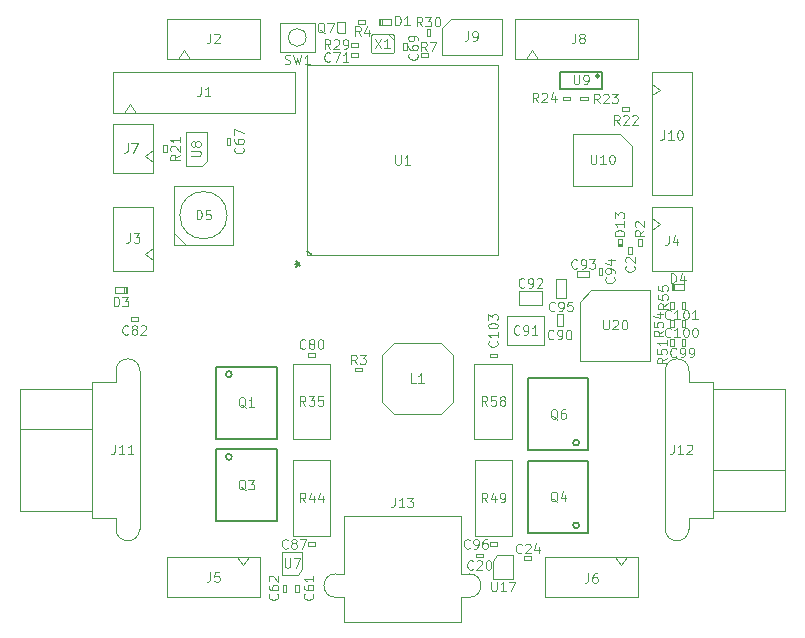
<source format=gbr>
%TF.GenerationSoftware,KiCad,Pcbnew,(5.1.6)-1*%
%TF.CreationDate,2020-11-09T17:25:15+01:00*%
%TF.ProjectId,omodri_laas,6f6d6f64-7269-45f6-9c61-61732e6b6963,1.0*%
%TF.SameCoordinates,Original*%
%TF.FileFunction,Other,Fab,Top*%
%FSLAX46Y46*%
G04 Gerber Fmt 4.6, Leading zero omitted, Abs format (unit mm)*
G04 Created by KiCad (PCBNEW (5.1.6)-1) date 2020-11-09 17:25:15*
%MOMM*%
%LPD*%
G01*
G04 APERTURE LIST*
%ADD10C,0.100000*%
%ADD11C,0.050000*%
%ADD12C,0.152400*%
%ADD13C,0.120000*%
%ADD14C,0.150000*%
G04 APERTURE END LIST*
D10*
%TO.C,J13*%
X120050000Y-101600000D02*
X120050000Y-99500000D01*
X129950000Y-101600000D02*
X129950000Y-99500000D01*
X129950000Y-92600000D02*
X120050000Y-92600000D01*
X129950000Y-101600000D02*
X120050000Y-101600000D01*
X130650000Y-99500000D02*
X129950000Y-99500000D01*
X120050000Y-99500000D02*
X119350000Y-99500000D01*
X120050000Y-97500000D02*
X119350000Y-97500000D01*
X130650000Y-97500000D02*
X129950000Y-97500000D01*
X120050000Y-97500000D02*
X120050000Y-92600000D01*
X129950000Y-97500000D02*
X129950000Y-92600000D01*
X130650000Y-97500000D02*
G75*
G02*
X130650000Y-99500000I0J-1000000D01*
G01*
X119350000Y-99500000D02*
G75*
G02*
X119350000Y-97500000I0J1000000D01*
G01*
%TO.C,J12*%
X157400000Y-88750000D02*
X151300000Y-88750000D01*
X149250000Y-80300000D02*
X149250000Y-81250000D01*
X151300000Y-81250000D02*
X149300000Y-81250000D01*
X151300000Y-92750000D02*
X149250000Y-92750000D01*
X149250000Y-92755000D02*
X149250000Y-93700000D01*
X147250000Y-80300000D02*
X147250000Y-93700000D01*
X151300000Y-81250000D02*
X151300000Y-92750000D01*
X157400000Y-81850000D02*
X151300000Y-81850000D01*
X157400000Y-92150000D02*
X151300000Y-92150000D01*
X157400000Y-81850000D02*
X157400000Y-92150000D01*
X147250000Y-93700000D02*
G75*
G03*
X149250000Y-93700000I1000000J0D01*
G01*
X149250000Y-80300000D02*
G75*
G03*
X147250000Y-80300000I-1000000J0D01*
G01*
%TO.C,J11*%
X92600000Y-85250000D02*
X98700000Y-85250000D01*
X100750000Y-93700000D02*
X100750000Y-92750000D01*
X98700000Y-92750000D02*
X100700000Y-92750000D01*
X98700000Y-81250000D02*
X100750000Y-81250000D01*
X100750000Y-81245000D02*
X100750000Y-80300000D01*
X102750000Y-93700000D02*
X102750000Y-80300000D01*
X98700000Y-92750000D02*
X98700000Y-81250000D01*
X92600000Y-92150000D02*
X98700000Y-92150000D01*
X92600000Y-81850000D02*
X98700000Y-81850000D01*
X92600000Y-92150000D02*
X92600000Y-81850000D01*
X102750000Y-80300000D02*
G75*
G03*
X100750000Y-80300000I-1000000J0D01*
G01*
X100750000Y-93700000D02*
G75*
G03*
X102750000Y-93700000I1000000J0D01*
G01*
D11*
%TO.C,U1*%
X116948200Y-70551800D02*
X133051800Y-70551800D01*
X116948200Y-54448200D02*
X116948200Y-70551800D01*
X133051800Y-54448200D02*
X116948200Y-54448200D01*
X133051800Y-70551800D02*
X133051800Y-54448200D01*
D12*
X116948200Y-70151800D02*
X117348250Y-70551800D01*
D13*
%TO.C,L1*%
X126250000Y-83962500D02*
X124250000Y-83962500D01*
X124250000Y-83962500D02*
X123250000Y-82962500D01*
X123250000Y-82962500D02*
X123250000Y-78962500D01*
X123250000Y-78962500D02*
X124250000Y-77962500D01*
X124250000Y-77962500D02*
X128250000Y-77962500D01*
X128250000Y-77962500D02*
X129250000Y-78962500D01*
X129250000Y-78962500D02*
X129250000Y-82962500D01*
X129250000Y-82962500D02*
X128250000Y-83962500D01*
X128250000Y-83962500D02*
X126250000Y-83962500D01*
D12*
%TO.C,Q1*%
X114350000Y-86049999D02*
X114350000Y-79950001D01*
X109250000Y-86049999D02*
X109250000Y-79950001D01*
X109250000Y-86049999D02*
X114350000Y-86049999D01*
X109250000Y-79950001D02*
X114350000Y-79950001D01*
X110550000Y-80600000D02*
G75*
G03*
X110550000Y-80600000I-250000J0D01*
G01*
%TO.C,Q3*%
X114350000Y-93049999D02*
X114350000Y-86950001D01*
X109250000Y-93049999D02*
X109250000Y-86950001D01*
X109250000Y-93049999D02*
X114350000Y-93049999D01*
X109250000Y-86950001D02*
X114350000Y-86950001D01*
X110550000Y-87600000D02*
G75*
G03*
X110550000Y-87600000I-250000J0D01*
G01*
%TO.C,Q4*%
X135650000Y-87950000D02*
X135650000Y-94049998D01*
X140750000Y-87950000D02*
X140750000Y-94049998D01*
X140750000Y-87950000D02*
X135650000Y-87950000D01*
X140750000Y-94049998D02*
X135650000Y-94049998D01*
X139950000Y-93399999D02*
G75*
G03*
X139950000Y-93399999I-250000J0D01*
G01*
%TO.C,Q6*%
X135650000Y-80950000D02*
X135650000Y-87049998D01*
X140750000Y-80950000D02*
X140750000Y-87049998D01*
X140750000Y-80950000D02*
X135650000Y-80950000D01*
X140750000Y-87049998D02*
X135650000Y-87049998D01*
X139950000Y-86399999D02*
G75*
G03*
X139950000Y-86399999I-250000J0D01*
G01*
%TO.C,U9*%
X141701773Y-55350001D02*
G75*
G03*
X141701773Y-55350001I-176774J0D01*
G01*
X141924998Y-54975000D02*
X141924998Y-56425000D01*
X138325000Y-56425000D02*
X141924998Y-56425000D01*
X138325000Y-54975000D02*
X138325000Y-56425000D01*
X138325000Y-54975000D02*
X141924998Y-54975000D01*
D10*
%TO.C,J2*%
X106500000Y-53192893D02*
X107000000Y-53900000D01*
X106000000Y-53900000D02*
X106500000Y-53192893D01*
X112950000Y-50500000D02*
X105050000Y-50500000D01*
X112950000Y-53900000D02*
X112950000Y-50500000D01*
X105050000Y-53900000D02*
X112950000Y-53900000D01*
X105050000Y-50500000D02*
X105050000Y-53900000D01*
%TO.C,J5*%
X111500000Y-96757107D02*
X111000000Y-96050000D01*
X112000000Y-96050000D02*
X111500000Y-96757107D01*
X105050000Y-99450000D02*
X112950000Y-99450000D01*
X105050000Y-96050000D02*
X105050000Y-99450000D01*
X112950000Y-96050000D02*
X105050000Y-96050000D01*
X112950000Y-99450000D02*
X112950000Y-96050000D01*
%TO.C,J6*%
X143500000Y-96757107D02*
X143000000Y-96050000D01*
X144000000Y-96050000D02*
X143500000Y-96757107D01*
X137050000Y-99450000D02*
X144950000Y-99450000D01*
X137050000Y-96050000D02*
X137050000Y-99450000D01*
X144950000Y-96050000D02*
X137050000Y-96050000D01*
X144950000Y-99450000D02*
X144950000Y-96050000D01*
%TO.C,U10*%
X144450000Y-61250000D02*
X144450000Y-64650000D01*
X144450000Y-64650000D02*
X139450000Y-64650000D01*
X139450000Y-64650000D02*
X139450000Y-60250000D01*
X139450000Y-60250000D02*
X143450000Y-60250000D01*
X143450000Y-60250000D02*
X144450000Y-61250000D01*
%TO.C,C92*%
X136837500Y-73525000D02*
X136837500Y-74725000D01*
X136837500Y-74725000D02*
X134837500Y-74725000D01*
X134837500Y-74725000D02*
X134837500Y-73525000D01*
X134837500Y-73525000D02*
X136837500Y-73525000D01*
%TO.C,R54*%
X147680000Y-76030000D02*
X147980000Y-76030000D01*
X147980000Y-76030000D02*
X147980000Y-76630000D01*
X147980000Y-76630000D02*
X147680000Y-76630000D01*
X147680000Y-76630000D02*
X147680000Y-76030000D01*
%TO.C,R55*%
X147680000Y-74480000D02*
X147980000Y-74480000D01*
X147980000Y-74480000D02*
X147980000Y-75080000D01*
X147980000Y-75080000D02*
X147680000Y-75080000D01*
X147680000Y-75080000D02*
X147680000Y-74480000D01*
%TO.C,R51*%
X147680000Y-77580000D02*
X147980000Y-77580000D01*
X147980000Y-77580000D02*
X147980000Y-78180000D01*
X147980000Y-78180000D02*
X147680000Y-78180000D01*
X147680000Y-78180000D02*
X147680000Y-77580000D01*
%TO.C,C101*%
X148630000Y-74480000D02*
X148930000Y-74480000D01*
X148930000Y-74480000D02*
X148930000Y-75080000D01*
X148930000Y-75080000D02*
X148630000Y-75080000D01*
X148630000Y-75080000D02*
X148630000Y-74480000D01*
%TO.C,C99*%
X148630000Y-77580000D02*
X148930000Y-77580000D01*
X148930000Y-77580000D02*
X148930000Y-78180000D01*
X148930000Y-78180000D02*
X148630000Y-78180000D01*
X148630000Y-78180000D02*
X148630000Y-77580000D01*
%TO.C,C100*%
X148630000Y-76035000D02*
X148930000Y-76035000D01*
X148930000Y-76035000D02*
X148930000Y-76635000D01*
X148930000Y-76635000D02*
X148630000Y-76635000D01*
X148630000Y-76635000D02*
X148630000Y-76035000D01*
%TO.C,C94*%
X141900000Y-72195000D02*
X141600000Y-72195000D01*
X141600000Y-72195000D02*
X141600000Y-71595000D01*
X141600000Y-71595000D02*
X141900000Y-71595000D01*
X141900000Y-71595000D02*
X141900000Y-72195000D01*
%TO.C,C2*%
X144110000Y-69810000D02*
X144410000Y-69810000D01*
X144410000Y-69810000D02*
X144410000Y-70410000D01*
X144410000Y-70410000D02*
X144110000Y-70410000D01*
X144110000Y-70410000D02*
X144110000Y-69810000D01*
%TO.C,C61*%
X115925000Y-98470000D02*
X116225000Y-98470000D01*
X116225000Y-98470000D02*
X116225000Y-99070000D01*
X116225000Y-99070000D02*
X115925000Y-99070000D01*
X115925000Y-99070000D02*
X115925000Y-98470000D01*
%TO.C,C62*%
X114850000Y-98470000D02*
X115150000Y-98470000D01*
X115150000Y-98470000D02*
X115150000Y-99070000D01*
X115150000Y-99070000D02*
X114850000Y-99070000D01*
X114850000Y-99070000D02*
X114850000Y-98470000D01*
%TO.C,C67*%
X110440000Y-61175000D02*
X110140000Y-61175000D01*
X110140000Y-61175000D02*
X110140000Y-60575000D01*
X110140000Y-60575000D02*
X110440000Y-60575000D01*
X110440000Y-60575000D02*
X110440000Y-61175000D01*
%TO.C,C69*%
X125350000Y-53170000D02*
X125050000Y-53170000D01*
X125050000Y-53170000D02*
X125050000Y-52570000D01*
X125050000Y-52570000D02*
X125350000Y-52570000D01*
X125350000Y-52570000D02*
X125350000Y-53170000D01*
%TO.C,C71*%
X120650000Y-53740000D02*
X120650000Y-53440000D01*
X120650000Y-53440000D02*
X121250000Y-53440000D01*
X121250000Y-53440000D02*
X121250000Y-53740000D01*
X121250000Y-53740000D02*
X120650000Y-53740000D01*
%TO.C,C80*%
X117000000Y-79145000D02*
X117000000Y-78845000D01*
X117000000Y-78845000D02*
X117600000Y-78845000D01*
X117600000Y-78845000D02*
X117600000Y-79145000D01*
X117600000Y-79145000D02*
X117000000Y-79145000D01*
%TO.C,C82*%
X102650000Y-75800000D02*
X102650000Y-76100000D01*
X102650000Y-76100000D02*
X102050000Y-76100000D01*
X102050000Y-76100000D02*
X102050000Y-75800000D01*
X102050000Y-75800000D02*
X102650000Y-75800000D01*
%TO.C,C87*%
X117000000Y-95150000D02*
X117000000Y-94850000D01*
X117000000Y-94850000D02*
X117600000Y-94850000D01*
X117600000Y-94850000D02*
X117600000Y-95150000D01*
X117600000Y-95150000D02*
X117000000Y-95150000D01*
%TO.C,C90*%
X138075000Y-75515000D02*
X138575000Y-75515000D01*
X138575000Y-75515000D02*
X138575000Y-76515000D01*
X138575000Y-76515000D02*
X138075000Y-76515000D01*
X138075000Y-76515000D02*
X138075000Y-75515000D01*
%TO.C,C91*%
X137025000Y-75650000D02*
X137025000Y-78150000D01*
X137025000Y-78150000D02*
X133825000Y-78150000D01*
X133825000Y-78150000D02*
X133825000Y-75650000D01*
X133825000Y-75650000D02*
X137025000Y-75650000D01*
%TO.C,C93*%
X139765000Y-72375000D02*
X139765000Y-71875000D01*
X139765000Y-71875000D02*
X140765000Y-71875000D01*
X140765000Y-71875000D02*
X140765000Y-72375000D01*
X140765000Y-72375000D02*
X139765000Y-72375000D01*
%TO.C,C95*%
X138825000Y-74150000D02*
X138025000Y-74150000D01*
X138025000Y-74150000D02*
X138025000Y-72550000D01*
X138025000Y-72550000D02*
X138825000Y-72550000D01*
X138825000Y-72550000D02*
X138825000Y-74150000D01*
%TO.C,C96*%
X133000000Y-94850000D02*
X133000000Y-95150000D01*
X133000000Y-95150000D02*
X132400000Y-95150000D01*
X132400000Y-95150000D02*
X132400000Y-94850000D01*
X132400000Y-94850000D02*
X133000000Y-94850000D01*
%TO.C,C103*%
X133000000Y-78850000D02*
X133000000Y-79150000D01*
X133000000Y-79150000D02*
X132400000Y-79150000D01*
X132400000Y-79150000D02*
X132400000Y-78850000D01*
X132400000Y-78850000D02*
X133000000Y-78850000D01*
%TO.C,D3*%
X101665000Y-73220000D02*
X101665000Y-73720000D01*
X101665000Y-73720000D02*
X100665000Y-73720000D01*
X100665000Y-73720000D02*
X100665000Y-73220000D01*
X100665000Y-73220000D02*
X101665000Y-73220000D01*
X101565000Y-73220000D02*
X101565000Y-73720000D01*
X101465000Y-73220000D02*
X101465000Y-73720000D01*
%TO.C,D4*%
X147815000Y-73460000D02*
X147815000Y-72960000D01*
X147815000Y-72960000D02*
X148815000Y-72960000D01*
X148815000Y-72960000D02*
X148815000Y-73460000D01*
X148815000Y-73460000D02*
X147815000Y-73460000D01*
X147915000Y-73460000D02*
X147915000Y-72960000D01*
X148015000Y-73460000D02*
X148015000Y-72960000D01*
%TO.C,D5*%
X106655000Y-69640000D02*
X105655000Y-68640000D01*
X110655000Y-64640000D02*
X105655000Y-64640000D01*
X105655000Y-64640000D02*
X105655000Y-69640000D01*
X105655000Y-69640000D02*
X110655000Y-69640000D01*
X110655000Y-69640000D02*
X110655000Y-64640000D01*
X110155000Y-67140000D02*
G75*
G03*
X110155000Y-67140000I-2000000J0D01*
G01*
%TO.C,J9*%
X128315000Y-53540000D02*
X128315000Y-51252500D01*
X128315000Y-51252500D02*
X129077500Y-50490000D01*
X129077500Y-50490000D02*
X133395000Y-50490000D01*
X133395000Y-50490000D02*
X133395000Y-53540000D01*
X133395000Y-53540000D02*
X128315000Y-53540000D01*
%TO.C,R2*%
X145260000Y-69770000D02*
X144960000Y-69770000D01*
X144960000Y-69770000D02*
X144960000Y-69170000D01*
X144960000Y-69170000D02*
X145260000Y-69170000D01*
X145260000Y-69170000D02*
X145260000Y-69770000D01*
%TO.C,R3*%
X121559600Y-80063200D02*
X121559600Y-80363200D01*
X121559600Y-80363200D02*
X120959600Y-80363200D01*
X120959600Y-80363200D02*
X120959600Y-80063200D01*
X120959600Y-80063200D02*
X121559600Y-80063200D01*
%TO.C,R21*%
X105050000Y-61825000D02*
X104750000Y-61825000D01*
X104750000Y-61825000D02*
X104750000Y-61225000D01*
X104750000Y-61225000D02*
X105050000Y-61225000D01*
X105050000Y-61225000D02*
X105050000Y-61825000D01*
%TO.C,R22*%
X143595000Y-58300000D02*
X143595000Y-58000000D01*
X143595000Y-58000000D02*
X144195000Y-58000000D01*
X144195000Y-58000000D02*
X144195000Y-58300000D01*
X144195000Y-58300000D02*
X143595000Y-58300000D01*
%TO.C,R23*%
X140674998Y-57099999D02*
X140674998Y-57399999D01*
X140674998Y-57399999D02*
X140074998Y-57399999D01*
X140074998Y-57399999D02*
X140074998Y-57099999D01*
X140074998Y-57099999D02*
X140674998Y-57099999D01*
%TO.C,R24*%
X139174998Y-57099999D02*
X139174998Y-57399999D01*
X139174998Y-57399999D02*
X138574998Y-57399999D01*
X138574998Y-57399999D02*
X138574998Y-57099999D01*
X138574998Y-57099999D02*
X139174998Y-57099999D01*
%TO.C,R29*%
X121250000Y-52590000D02*
X121250000Y-52890000D01*
X121250000Y-52890000D02*
X120650000Y-52890000D01*
X120650000Y-52890000D02*
X120650000Y-52590000D01*
X120650000Y-52590000D02*
X121250000Y-52590000D01*
%TO.C,R30*%
X127050000Y-51400000D02*
X127350000Y-51400000D01*
X127350000Y-51400000D02*
X127350000Y-52000000D01*
X127350000Y-52000000D02*
X127050000Y-52000000D01*
X127050000Y-52000000D02*
X127050000Y-51400000D01*
D13*
%TO.C,R35*%
X115700000Y-79700000D02*
X118850000Y-79700000D01*
X118850000Y-79700000D02*
X118850000Y-86100000D01*
X118850000Y-86100000D02*
X115700000Y-86100000D01*
X115700000Y-86100000D02*
X115700000Y-79700000D01*
%TO.C,R44*%
X118900000Y-94300000D02*
X115750000Y-94300000D01*
X115750000Y-94300000D02*
X115750000Y-87900000D01*
X115750000Y-87900000D02*
X118900000Y-87900000D01*
X118900000Y-87900000D02*
X118900000Y-94300000D01*
%TO.C,R49*%
X134300000Y-94300000D02*
X131150000Y-94300000D01*
X131150000Y-94300000D02*
X131150000Y-87900000D01*
X131150000Y-87900000D02*
X134300000Y-87900000D01*
X134300000Y-87900000D02*
X134300000Y-94300000D01*
%TO.C,R58*%
X131100000Y-79700000D02*
X134250000Y-79700000D01*
X134250000Y-79700000D02*
X134250000Y-86100000D01*
X134250000Y-86100000D02*
X131100000Y-86100000D01*
X131100000Y-86100000D02*
X131100000Y-79700000D01*
D10*
%TO.C,SW1*%
X114600000Y-50840000D02*
X117600000Y-50840000D01*
X117600000Y-50840000D02*
X117600000Y-53340000D01*
X117600000Y-53340000D02*
X114600000Y-53340000D01*
X114600000Y-53340000D02*
X114600000Y-50840000D01*
X116850000Y-52090000D02*
G75*
G03*
X116850000Y-52090000I-750000J0D01*
G01*
%TO.C,U8*%
X108450000Y-62525000D02*
X108000000Y-62975000D01*
X106690000Y-62975000D02*
X108000000Y-62975000D01*
X108450000Y-62525000D02*
X108450000Y-60075000D01*
X106690000Y-60075000D02*
X108450000Y-60075000D01*
X106690000Y-62975000D02*
X106690000Y-60075000D01*
%TO.C,D1*%
X123030000Y-51040000D02*
X123030000Y-50540000D01*
X123030000Y-50540000D02*
X124030000Y-50540000D01*
X124030000Y-50540000D02*
X124030000Y-51040000D01*
X124030000Y-51040000D02*
X123030000Y-51040000D01*
X123130000Y-51040000D02*
X123130000Y-50540000D01*
X123230000Y-51040000D02*
X123230000Y-50540000D01*
%TO.C,Q7*%
X119500000Y-51590000D02*
X119650000Y-51740000D01*
X119500000Y-50740000D02*
X120100000Y-50740000D01*
X120100000Y-50740000D02*
X120100000Y-51740000D01*
X120100000Y-51740000D02*
X119650000Y-51740000D01*
X119500000Y-51590000D02*
X119500000Y-50740000D01*
%TO.C,R4*%
X121800000Y-50640000D02*
X121800000Y-50940000D01*
X121800000Y-50940000D02*
X121200000Y-50940000D01*
X121200000Y-50940000D02*
X121200000Y-50640000D01*
X121200000Y-50640000D02*
X121800000Y-50640000D01*
%TO.C,C20*%
X131790000Y-95820000D02*
X131790000Y-96120000D01*
X131790000Y-96120000D02*
X131190000Y-96120000D01*
X131190000Y-96120000D02*
X131190000Y-95820000D01*
X131190000Y-95820000D02*
X131790000Y-95820000D01*
%TO.C,C24*%
X135290000Y-96295000D02*
X135290000Y-95995000D01*
X135290000Y-95995000D02*
X135890000Y-95995000D01*
X135890000Y-95995000D02*
X135890000Y-96295000D01*
X135890000Y-96295000D02*
X135290000Y-96295000D01*
%TO.C,U7*%
X116150000Y-97620000D02*
X116500000Y-97120000D01*
X114800000Y-97620000D02*
X114800000Y-95620000D01*
X114800000Y-95620000D02*
X116500000Y-95620000D01*
X116500000Y-95620000D02*
X116500000Y-97120000D01*
X116150000Y-97620000D02*
X114800000Y-97620000D01*
%TO.C,U17*%
X133040000Y-95945000D02*
X132690000Y-96445000D01*
X134390000Y-95945000D02*
X134390000Y-97945000D01*
X134390000Y-97945000D02*
X132690000Y-97945000D01*
X132690000Y-97945000D02*
X132690000Y-96445000D01*
X133040000Y-95945000D02*
X134390000Y-95945000D01*
%TO.C,D13*%
X143560000Y-69770000D02*
X143260000Y-69770000D01*
X143260000Y-69770000D02*
X143260000Y-69170000D01*
X143260000Y-69170000D02*
X143560000Y-69170000D01*
X143560000Y-69170000D02*
X143560000Y-69770000D01*
X143560000Y-69670000D02*
X143260000Y-69670000D01*
X143560000Y-69570000D02*
X143260000Y-69570000D01*
%TO.C,R7*%
X127150000Y-53440000D02*
X127150000Y-53740000D01*
X127150000Y-53740000D02*
X126550000Y-53740000D01*
X126550000Y-53740000D02*
X126550000Y-53440000D01*
X126550000Y-53440000D02*
X127150000Y-53440000D01*
%TO.C,J1*%
X100500000Y-55050000D02*
X100500000Y-58450000D01*
X100500000Y-58450000D02*
X115900000Y-58450000D01*
X115900000Y-58450000D02*
X115900000Y-55050000D01*
X115900000Y-55050000D02*
X100500000Y-55050000D01*
X101450000Y-58450000D02*
X101950000Y-57742893D01*
X101950000Y-57742893D02*
X102450000Y-58450000D01*
%TO.C,J3*%
X103192893Y-70400000D02*
X103900000Y-69900000D01*
X103900000Y-70900000D02*
X103192893Y-70400000D01*
X100500000Y-66450000D02*
X100500000Y-71850000D01*
X103900000Y-66450000D02*
X100500000Y-66450000D01*
X103900000Y-71850000D02*
X103900000Y-66450000D01*
X100500000Y-71850000D02*
X103900000Y-71850000D01*
%TO.C,J4*%
X146807107Y-67900000D02*
X146100000Y-68400000D01*
X146100000Y-67400000D02*
X146807107Y-67900000D01*
X149500000Y-71850000D02*
X149500000Y-66450000D01*
X146100000Y-71850000D02*
X149500000Y-71850000D01*
X146100000Y-66450000D02*
X146100000Y-71850000D01*
X149500000Y-66450000D02*
X146100000Y-66450000D01*
%TO.C,J7*%
X103192893Y-62150000D02*
X103900000Y-61650000D01*
X103900000Y-62650000D02*
X103192893Y-62150000D01*
X100500000Y-59450000D02*
X100500000Y-63600000D01*
X103900000Y-59450000D02*
X100500000Y-59450000D01*
X103900000Y-63600000D02*
X103900000Y-59450000D01*
X100500000Y-63600000D02*
X103900000Y-63600000D01*
%TO.C,X1*%
X124300000Y-52340000D02*
X123800000Y-51840000D01*
X124300000Y-53340000D02*
X124200000Y-53440000D01*
X124300000Y-51940000D02*
X124300000Y-53340000D01*
X124200000Y-51840000D02*
X124300000Y-51940000D01*
X122400000Y-51840000D02*
X124200000Y-51840000D01*
X122300000Y-51940000D02*
X122400000Y-51840000D01*
X122300000Y-53340000D02*
X122300000Y-51940000D01*
X122400000Y-53440000D02*
X122300000Y-53340000D01*
X124200000Y-53440000D02*
X122400000Y-53440000D01*
%TO.C,J8*%
X135999998Y-53192893D02*
X136499998Y-53900000D01*
X135499998Y-53900000D02*
X135999998Y-53192893D01*
X144949998Y-50500000D02*
X134549998Y-50500000D01*
X144949998Y-53900000D02*
X144949998Y-50500000D01*
X134549998Y-53900000D02*
X144949998Y-53900000D01*
X134549998Y-50500000D02*
X134549998Y-53900000D01*
%TO.C,J10*%
X146807107Y-56499996D02*
X146100000Y-56999996D01*
X146100000Y-55999996D02*
X146807107Y-56499996D01*
X149500000Y-65449996D02*
X149500000Y-55049996D01*
X146100000Y-65449996D02*
X149500000Y-65449996D01*
X146100000Y-55049996D02*
X146100000Y-65449996D01*
X149500000Y-55049996D02*
X146100000Y-55049996D01*
%TO.C,U20*%
X141000000Y-73450000D02*
X146000000Y-73450000D01*
X146000000Y-73450000D02*
X146000000Y-79450000D01*
X146000000Y-79450000D02*
X140000000Y-79450000D01*
X140000000Y-79450000D02*
X140000000Y-74450000D01*
X140000000Y-74450000D02*
X141000000Y-73450000D01*
%TD*%
%TO.C,J13*%
D13*
X124352380Y-91061904D02*
X124352380Y-91633333D01*
X124314285Y-91747619D01*
X124238095Y-91823809D01*
X124123809Y-91861904D01*
X124047619Y-91861904D01*
X125152380Y-91861904D02*
X124695238Y-91861904D01*
X124923809Y-91861904D02*
X124923809Y-91061904D01*
X124847619Y-91176190D01*
X124771428Y-91252380D01*
X124695238Y-91290476D01*
X125419047Y-91061904D02*
X125914285Y-91061904D01*
X125647619Y-91366666D01*
X125761904Y-91366666D01*
X125838095Y-91404761D01*
X125876190Y-91442857D01*
X125914285Y-91519047D01*
X125914285Y-91709523D01*
X125876190Y-91785714D01*
X125838095Y-91823809D01*
X125761904Y-91861904D01*
X125533333Y-91861904D01*
X125457142Y-91823809D01*
X125419047Y-91785714D01*
%TO.C,J12*%
X147952380Y-86561904D02*
X147952380Y-87133333D01*
X147914285Y-87247619D01*
X147838095Y-87323809D01*
X147723809Y-87361904D01*
X147647619Y-87361904D01*
X148752380Y-87361904D02*
X148295238Y-87361904D01*
X148523809Y-87361904D02*
X148523809Y-86561904D01*
X148447619Y-86676190D01*
X148371428Y-86752380D01*
X148295238Y-86790476D01*
X149057142Y-86638095D02*
X149095238Y-86600000D01*
X149171428Y-86561904D01*
X149361904Y-86561904D01*
X149438095Y-86600000D01*
X149476190Y-86638095D01*
X149514285Y-86714285D01*
X149514285Y-86790476D01*
X149476190Y-86904761D01*
X149019047Y-87361904D01*
X149514285Y-87361904D01*
%TO.C,J11*%
X100652380Y-86561904D02*
X100652380Y-87133333D01*
X100614285Y-87247619D01*
X100538095Y-87323809D01*
X100423809Y-87361904D01*
X100347619Y-87361904D01*
X101452380Y-87361904D02*
X100995238Y-87361904D01*
X101223809Y-87361904D02*
X101223809Y-86561904D01*
X101147619Y-86676190D01*
X101071428Y-86752380D01*
X100995238Y-86790476D01*
X102214285Y-87361904D02*
X101757142Y-87361904D01*
X101985714Y-87361904D02*
X101985714Y-86561904D01*
X101909523Y-86676190D01*
X101833333Y-86752380D01*
X101757142Y-86790476D01*
%TO.C,U1*%
D14*
X115879880Y-71275700D02*
X116117976Y-71275700D01*
X116022738Y-71513795D02*
X116117976Y-71275700D01*
X116022738Y-71037604D01*
X116308452Y-71418557D02*
X116117976Y-71275700D01*
X116308452Y-71132842D01*
X115879880Y-71275700D02*
X116117976Y-71275700D01*
X116022738Y-71513795D02*
X116117976Y-71275700D01*
X116022738Y-71037604D01*
X116308452Y-71418557D02*
X116117976Y-71275700D01*
X116308452Y-71132842D01*
D13*
X124390476Y-62061904D02*
X124390476Y-62709523D01*
X124428571Y-62785714D01*
X124466666Y-62823809D01*
X124542857Y-62861904D01*
X124695238Y-62861904D01*
X124771428Y-62823809D01*
X124809523Y-62785714D01*
X124847619Y-62709523D01*
X124847619Y-62061904D01*
X125647619Y-62861904D02*
X125190476Y-62861904D01*
X125419047Y-62861904D02*
X125419047Y-62061904D01*
X125342857Y-62176190D01*
X125266666Y-62252380D01*
X125190476Y-62290476D01*
%TO.C,L1*%
X126116666Y-81324404D02*
X125735714Y-81324404D01*
X125735714Y-80524404D01*
X126802380Y-81324404D02*
X126345238Y-81324404D01*
X126573809Y-81324404D02*
X126573809Y-80524404D01*
X126497619Y-80638690D01*
X126421428Y-80714880D01*
X126345238Y-80752976D01*
%TO.C,Q1*%
X111723809Y-83438095D02*
X111647619Y-83400000D01*
X111571428Y-83323809D01*
X111457142Y-83209523D01*
X111380952Y-83171428D01*
X111304761Y-83171428D01*
X111342857Y-83361904D02*
X111266666Y-83323809D01*
X111190476Y-83247619D01*
X111152380Y-83095238D01*
X111152380Y-82828571D01*
X111190476Y-82676190D01*
X111266666Y-82600000D01*
X111342857Y-82561904D01*
X111495238Y-82561904D01*
X111571428Y-82600000D01*
X111647619Y-82676190D01*
X111685714Y-82828571D01*
X111685714Y-83095238D01*
X111647619Y-83247619D01*
X111571428Y-83323809D01*
X111495238Y-83361904D01*
X111342857Y-83361904D01*
X112447619Y-83361904D02*
X111990476Y-83361904D01*
X112219047Y-83361904D02*
X112219047Y-82561904D01*
X112142857Y-82676190D01*
X112066666Y-82752380D01*
X111990476Y-82790476D01*
%TO.C,Q3*%
X111723809Y-90438095D02*
X111647619Y-90400000D01*
X111571428Y-90323809D01*
X111457142Y-90209523D01*
X111380952Y-90171428D01*
X111304761Y-90171428D01*
X111342857Y-90361904D02*
X111266666Y-90323809D01*
X111190476Y-90247619D01*
X111152380Y-90095238D01*
X111152380Y-89828571D01*
X111190476Y-89676190D01*
X111266666Y-89600000D01*
X111342857Y-89561904D01*
X111495238Y-89561904D01*
X111571428Y-89600000D01*
X111647619Y-89676190D01*
X111685714Y-89828571D01*
X111685714Y-90095238D01*
X111647619Y-90247619D01*
X111571428Y-90323809D01*
X111495238Y-90361904D01*
X111342857Y-90361904D01*
X111952380Y-89561904D02*
X112447619Y-89561904D01*
X112180952Y-89866666D01*
X112295238Y-89866666D01*
X112371428Y-89904761D01*
X112409523Y-89942857D01*
X112447619Y-90019047D01*
X112447619Y-90209523D01*
X112409523Y-90285714D01*
X112371428Y-90323809D01*
X112295238Y-90361904D01*
X112066666Y-90361904D01*
X111990476Y-90323809D01*
X111952380Y-90285714D01*
%TO.C,Q4*%
X138123809Y-91438094D02*
X138047619Y-91399999D01*
X137971428Y-91323808D01*
X137857142Y-91209522D01*
X137780952Y-91171427D01*
X137704761Y-91171427D01*
X137742857Y-91361903D02*
X137666666Y-91323808D01*
X137590476Y-91247618D01*
X137552380Y-91095237D01*
X137552380Y-90828570D01*
X137590476Y-90676189D01*
X137666666Y-90599999D01*
X137742857Y-90561903D01*
X137895238Y-90561903D01*
X137971428Y-90599999D01*
X138047619Y-90676189D01*
X138085714Y-90828570D01*
X138085714Y-91095237D01*
X138047619Y-91247618D01*
X137971428Y-91323808D01*
X137895238Y-91361903D01*
X137742857Y-91361903D01*
X138771428Y-90828570D02*
X138771428Y-91361903D01*
X138580952Y-90523808D02*
X138390476Y-91095237D01*
X138885714Y-91095237D01*
%TO.C,Q6*%
X138123809Y-84438094D02*
X138047619Y-84399999D01*
X137971428Y-84323808D01*
X137857142Y-84209522D01*
X137780952Y-84171427D01*
X137704761Y-84171427D01*
X137742857Y-84361903D02*
X137666666Y-84323808D01*
X137590476Y-84247618D01*
X137552380Y-84095237D01*
X137552380Y-83828570D01*
X137590476Y-83676189D01*
X137666666Y-83599999D01*
X137742857Y-83561903D01*
X137895238Y-83561903D01*
X137971428Y-83599999D01*
X138047619Y-83676189D01*
X138085714Y-83828570D01*
X138085714Y-84095237D01*
X138047619Y-84247618D01*
X137971428Y-84323808D01*
X137895238Y-84361903D01*
X137742857Y-84361903D01*
X138771428Y-83561903D02*
X138619047Y-83561903D01*
X138542857Y-83599999D01*
X138504761Y-83638094D01*
X138428571Y-83752379D01*
X138390476Y-83904760D01*
X138390476Y-84209522D01*
X138428571Y-84285713D01*
X138466666Y-84323808D01*
X138542857Y-84361903D01*
X138695238Y-84361903D01*
X138771428Y-84323808D01*
X138809523Y-84285713D01*
X138847619Y-84209522D01*
X138847619Y-84019046D01*
X138809523Y-83942856D01*
X138771428Y-83904760D01*
X138695238Y-83866665D01*
X138542857Y-83866665D01*
X138466666Y-83904760D01*
X138428571Y-83942856D01*
X138390476Y-84019046D01*
%TO.C,U9*%
X139515475Y-55261904D02*
X139515475Y-55909523D01*
X139553570Y-55985714D01*
X139591665Y-56023809D01*
X139667856Y-56061904D01*
X139820237Y-56061904D01*
X139896427Y-56023809D01*
X139934522Y-55985714D01*
X139972618Y-55909523D01*
X139972618Y-55261904D01*
X140391665Y-56061904D02*
X140544046Y-56061904D01*
X140620237Y-56023809D01*
X140658332Y-55985714D01*
X140734522Y-55871428D01*
X140772618Y-55719047D01*
X140772618Y-55414285D01*
X140734522Y-55338095D01*
X140696427Y-55300000D01*
X140620237Y-55261904D01*
X140467856Y-55261904D01*
X140391665Y-55300000D01*
X140353570Y-55338095D01*
X140315475Y-55414285D01*
X140315475Y-55604761D01*
X140353570Y-55680952D01*
X140391665Y-55719047D01*
X140467856Y-55757142D01*
X140620237Y-55757142D01*
X140696427Y-55719047D01*
X140734522Y-55680952D01*
X140772618Y-55604761D01*
%TO.C,J2*%
X108733333Y-51761904D02*
X108733333Y-52333333D01*
X108695238Y-52447619D01*
X108619047Y-52523809D01*
X108504761Y-52561904D01*
X108428571Y-52561904D01*
X109076190Y-51838095D02*
X109114285Y-51800000D01*
X109190476Y-51761904D01*
X109380952Y-51761904D01*
X109457142Y-51800000D01*
X109495238Y-51838095D01*
X109533333Y-51914285D01*
X109533333Y-51990476D01*
X109495238Y-52104761D01*
X109038095Y-52561904D01*
X109533333Y-52561904D01*
%TO.C,J5*%
X108733333Y-97361904D02*
X108733333Y-97933333D01*
X108695238Y-98047619D01*
X108619047Y-98123809D01*
X108504761Y-98161904D01*
X108428571Y-98161904D01*
X109495238Y-97361904D02*
X109114285Y-97361904D01*
X109076190Y-97742857D01*
X109114285Y-97704761D01*
X109190476Y-97666666D01*
X109380952Y-97666666D01*
X109457142Y-97704761D01*
X109495238Y-97742857D01*
X109533333Y-97819047D01*
X109533333Y-98009523D01*
X109495238Y-98085714D01*
X109457142Y-98123809D01*
X109380952Y-98161904D01*
X109190476Y-98161904D01*
X109114285Y-98123809D01*
X109076190Y-98085714D01*
%TO.C,J6*%
X140733333Y-97461904D02*
X140733333Y-98033333D01*
X140695238Y-98147619D01*
X140619047Y-98223809D01*
X140504761Y-98261904D01*
X140428571Y-98261904D01*
X141457142Y-97461904D02*
X141304761Y-97461904D01*
X141228571Y-97500000D01*
X141190476Y-97538095D01*
X141114285Y-97652380D01*
X141076190Y-97804761D01*
X141076190Y-98109523D01*
X141114285Y-98185714D01*
X141152380Y-98223809D01*
X141228571Y-98261904D01*
X141380952Y-98261904D01*
X141457142Y-98223809D01*
X141495238Y-98185714D01*
X141533333Y-98109523D01*
X141533333Y-97919047D01*
X141495238Y-97842857D01*
X141457142Y-97804761D01*
X141380952Y-97766666D01*
X141228571Y-97766666D01*
X141152380Y-97804761D01*
X141114285Y-97842857D01*
X141076190Y-97919047D01*
%TO.C,U10*%
X140959523Y-62011904D02*
X140959523Y-62659523D01*
X140997619Y-62735714D01*
X141035714Y-62773809D01*
X141111904Y-62811904D01*
X141264285Y-62811904D01*
X141340476Y-62773809D01*
X141378571Y-62735714D01*
X141416666Y-62659523D01*
X141416666Y-62011904D01*
X142216666Y-62811904D02*
X141759523Y-62811904D01*
X141988095Y-62811904D02*
X141988095Y-62011904D01*
X141911904Y-62126190D01*
X141835714Y-62202380D01*
X141759523Y-62240476D01*
X142711904Y-62011904D02*
X142788095Y-62011904D01*
X142864285Y-62050000D01*
X142902380Y-62088095D01*
X142940476Y-62164285D01*
X142978571Y-62316666D01*
X142978571Y-62507142D01*
X142940476Y-62659523D01*
X142902380Y-62735714D01*
X142864285Y-62773809D01*
X142788095Y-62811904D01*
X142711904Y-62811904D01*
X142635714Y-62773809D01*
X142597619Y-62735714D01*
X142559523Y-62659523D01*
X142521428Y-62507142D01*
X142521428Y-62316666D01*
X142559523Y-62164285D01*
X142597619Y-62088095D01*
X142635714Y-62050000D01*
X142711904Y-62011904D01*
%TO.C,C92*%
X135323214Y-73185714D02*
X135285119Y-73223809D01*
X135170833Y-73261904D01*
X135094642Y-73261904D01*
X134980357Y-73223809D01*
X134904166Y-73147619D01*
X134866071Y-73071428D01*
X134827976Y-72919047D01*
X134827976Y-72804761D01*
X134866071Y-72652380D01*
X134904166Y-72576190D01*
X134980357Y-72500000D01*
X135094642Y-72461904D01*
X135170833Y-72461904D01*
X135285119Y-72500000D01*
X135323214Y-72538095D01*
X135704166Y-73261904D02*
X135856547Y-73261904D01*
X135932738Y-73223809D01*
X135970833Y-73185714D01*
X136047023Y-73071428D01*
X136085119Y-72919047D01*
X136085119Y-72614285D01*
X136047023Y-72538095D01*
X136008928Y-72500000D01*
X135932738Y-72461904D01*
X135780357Y-72461904D01*
X135704166Y-72500000D01*
X135666071Y-72538095D01*
X135627976Y-72614285D01*
X135627976Y-72804761D01*
X135666071Y-72880952D01*
X135704166Y-72919047D01*
X135780357Y-72957142D01*
X135932738Y-72957142D01*
X136008928Y-72919047D01*
X136047023Y-72880952D01*
X136085119Y-72804761D01*
X136389880Y-72538095D02*
X136427976Y-72500000D01*
X136504166Y-72461904D01*
X136694642Y-72461904D01*
X136770833Y-72500000D01*
X136808928Y-72538095D01*
X136847023Y-72614285D01*
X136847023Y-72690476D01*
X136808928Y-72804761D01*
X136351785Y-73261904D01*
X136847023Y-73261904D01*
%TO.C,R54*%
X147061904Y-76914285D02*
X146680952Y-77180952D01*
X147061904Y-77371428D02*
X146261904Y-77371428D01*
X146261904Y-77066666D01*
X146300000Y-76990476D01*
X146338095Y-76952380D01*
X146414285Y-76914285D01*
X146528571Y-76914285D01*
X146604761Y-76952380D01*
X146642857Y-76990476D01*
X146680952Y-77066666D01*
X146680952Y-77371428D01*
X146261904Y-76190476D02*
X146261904Y-76571428D01*
X146642857Y-76609523D01*
X146604761Y-76571428D01*
X146566666Y-76495238D01*
X146566666Y-76304761D01*
X146604761Y-76228571D01*
X146642857Y-76190476D01*
X146719047Y-76152380D01*
X146909523Y-76152380D01*
X146985714Y-76190476D01*
X147023809Y-76228571D01*
X147061904Y-76304761D01*
X147061904Y-76495238D01*
X147023809Y-76571428D01*
X146985714Y-76609523D01*
X146528571Y-75466666D02*
X147061904Y-75466666D01*
X146223809Y-75657142D02*
X146795238Y-75847619D01*
X146795238Y-75352380D01*
%TO.C,R55*%
X147461904Y-74614285D02*
X147080952Y-74880952D01*
X147461904Y-75071428D02*
X146661904Y-75071428D01*
X146661904Y-74766666D01*
X146700000Y-74690476D01*
X146738095Y-74652380D01*
X146814285Y-74614285D01*
X146928571Y-74614285D01*
X147004761Y-74652380D01*
X147042857Y-74690476D01*
X147080952Y-74766666D01*
X147080952Y-75071428D01*
X146661904Y-73890476D02*
X146661904Y-74271428D01*
X147042857Y-74309523D01*
X147004761Y-74271428D01*
X146966666Y-74195238D01*
X146966666Y-74004761D01*
X147004761Y-73928571D01*
X147042857Y-73890476D01*
X147119047Y-73852380D01*
X147309523Y-73852380D01*
X147385714Y-73890476D01*
X147423809Y-73928571D01*
X147461904Y-74004761D01*
X147461904Y-74195238D01*
X147423809Y-74271428D01*
X147385714Y-74309523D01*
X146661904Y-73128571D02*
X146661904Y-73509523D01*
X147042857Y-73547619D01*
X147004761Y-73509523D01*
X146966666Y-73433333D01*
X146966666Y-73242857D01*
X147004761Y-73166666D01*
X147042857Y-73128571D01*
X147119047Y-73090476D01*
X147309523Y-73090476D01*
X147385714Y-73128571D01*
X147423809Y-73166666D01*
X147461904Y-73242857D01*
X147461904Y-73433333D01*
X147423809Y-73509523D01*
X147385714Y-73547619D01*
%TO.C,R51*%
X147361904Y-79214285D02*
X146980952Y-79480952D01*
X147361904Y-79671428D02*
X146561904Y-79671428D01*
X146561904Y-79366666D01*
X146600000Y-79290476D01*
X146638095Y-79252380D01*
X146714285Y-79214285D01*
X146828571Y-79214285D01*
X146904761Y-79252380D01*
X146942857Y-79290476D01*
X146980952Y-79366666D01*
X146980952Y-79671428D01*
X146561904Y-78490476D02*
X146561904Y-78871428D01*
X146942857Y-78909523D01*
X146904761Y-78871428D01*
X146866666Y-78795238D01*
X146866666Y-78604761D01*
X146904761Y-78528571D01*
X146942857Y-78490476D01*
X147019047Y-78452380D01*
X147209523Y-78452380D01*
X147285714Y-78490476D01*
X147323809Y-78528571D01*
X147361904Y-78604761D01*
X147361904Y-78795238D01*
X147323809Y-78871428D01*
X147285714Y-78909523D01*
X147361904Y-77690476D02*
X147361904Y-78147619D01*
X147361904Y-77919047D02*
X146561904Y-77919047D01*
X146676190Y-77995238D01*
X146752380Y-78071428D01*
X146790476Y-78147619D01*
%TO.C,C101*%
X147704761Y-75885714D02*
X147666666Y-75923809D01*
X147552380Y-75961904D01*
X147476190Y-75961904D01*
X147361904Y-75923809D01*
X147285714Y-75847619D01*
X147247619Y-75771428D01*
X147209523Y-75619047D01*
X147209523Y-75504761D01*
X147247619Y-75352380D01*
X147285714Y-75276190D01*
X147361904Y-75200000D01*
X147476190Y-75161904D01*
X147552380Y-75161904D01*
X147666666Y-75200000D01*
X147704761Y-75238095D01*
X148466666Y-75961904D02*
X148009523Y-75961904D01*
X148238095Y-75961904D02*
X148238095Y-75161904D01*
X148161904Y-75276190D01*
X148085714Y-75352380D01*
X148009523Y-75390476D01*
X148961904Y-75161904D02*
X149038095Y-75161904D01*
X149114285Y-75200000D01*
X149152380Y-75238095D01*
X149190476Y-75314285D01*
X149228571Y-75466666D01*
X149228571Y-75657142D01*
X149190476Y-75809523D01*
X149152380Y-75885714D01*
X149114285Y-75923809D01*
X149038095Y-75961904D01*
X148961904Y-75961904D01*
X148885714Y-75923809D01*
X148847619Y-75885714D01*
X148809523Y-75809523D01*
X148771428Y-75657142D01*
X148771428Y-75466666D01*
X148809523Y-75314285D01*
X148847619Y-75238095D01*
X148885714Y-75200000D01*
X148961904Y-75161904D01*
X149990476Y-75961904D02*
X149533333Y-75961904D01*
X149761904Y-75961904D02*
X149761904Y-75161904D01*
X149685714Y-75276190D01*
X149609523Y-75352380D01*
X149533333Y-75390476D01*
%TO.C,C99*%
X148185714Y-79085714D02*
X148147619Y-79123809D01*
X148033333Y-79161904D01*
X147957142Y-79161904D01*
X147842857Y-79123809D01*
X147766666Y-79047619D01*
X147728571Y-78971428D01*
X147690476Y-78819047D01*
X147690476Y-78704761D01*
X147728571Y-78552380D01*
X147766666Y-78476190D01*
X147842857Y-78400000D01*
X147957142Y-78361904D01*
X148033333Y-78361904D01*
X148147619Y-78400000D01*
X148185714Y-78438095D01*
X148566666Y-79161904D02*
X148719047Y-79161904D01*
X148795238Y-79123809D01*
X148833333Y-79085714D01*
X148909523Y-78971428D01*
X148947619Y-78819047D01*
X148947619Y-78514285D01*
X148909523Y-78438095D01*
X148871428Y-78400000D01*
X148795238Y-78361904D01*
X148642857Y-78361904D01*
X148566666Y-78400000D01*
X148528571Y-78438095D01*
X148490476Y-78514285D01*
X148490476Y-78704761D01*
X148528571Y-78780952D01*
X148566666Y-78819047D01*
X148642857Y-78857142D01*
X148795238Y-78857142D01*
X148871428Y-78819047D01*
X148909523Y-78780952D01*
X148947619Y-78704761D01*
X149328571Y-79161904D02*
X149480952Y-79161904D01*
X149557142Y-79123809D01*
X149595238Y-79085714D01*
X149671428Y-78971428D01*
X149709523Y-78819047D01*
X149709523Y-78514285D01*
X149671428Y-78438095D01*
X149633333Y-78400000D01*
X149557142Y-78361904D01*
X149404761Y-78361904D01*
X149328571Y-78400000D01*
X149290476Y-78438095D01*
X149252380Y-78514285D01*
X149252380Y-78704761D01*
X149290476Y-78780952D01*
X149328571Y-78819047D01*
X149404761Y-78857142D01*
X149557142Y-78857142D01*
X149633333Y-78819047D01*
X149671428Y-78780952D01*
X149709523Y-78704761D01*
%TO.C,C100*%
X147704761Y-77385714D02*
X147666666Y-77423809D01*
X147552380Y-77461904D01*
X147476190Y-77461904D01*
X147361904Y-77423809D01*
X147285714Y-77347619D01*
X147247619Y-77271428D01*
X147209523Y-77119047D01*
X147209523Y-77004761D01*
X147247619Y-76852380D01*
X147285714Y-76776190D01*
X147361904Y-76700000D01*
X147476190Y-76661904D01*
X147552380Y-76661904D01*
X147666666Y-76700000D01*
X147704761Y-76738095D01*
X148466666Y-77461904D02*
X148009523Y-77461904D01*
X148238095Y-77461904D02*
X148238095Y-76661904D01*
X148161904Y-76776190D01*
X148085714Y-76852380D01*
X148009523Y-76890476D01*
X148961904Y-76661904D02*
X149038095Y-76661904D01*
X149114285Y-76700000D01*
X149152380Y-76738095D01*
X149190476Y-76814285D01*
X149228571Y-76966666D01*
X149228571Y-77157142D01*
X149190476Y-77309523D01*
X149152380Y-77385714D01*
X149114285Y-77423809D01*
X149038095Y-77461904D01*
X148961904Y-77461904D01*
X148885714Y-77423809D01*
X148847619Y-77385714D01*
X148809523Y-77309523D01*
X148771428Y-77157142D01*
X148771428Y-76966666D01*
X148809523Y-76814285D01*
X148847619Y-76738095D01*
X148885714Y-76700000D01*
X148961904Y-76661904D01*
X149723809Y-76661904D02*
X149800000Y-76661904D01*
X149876190Y-76700000D01*
X149914285Y-76738095D01*
X149952380Y-76814285D01*
X149990476Y-76966666D01*
X149990476Y-77157142D01*
X149952380Y-77309523D01*
X149914285Y-77385714D01*
X149876190Y-77423809D01*
X149800000Y-77461904D01*
X149723809Y-77461904D01*
X149647619Y-77423809D01*
X149609523Y-77385714D01*
X149571428Y-77309523D01*
X149533333Y-77157142D01*
X149533333Y-76966666D01*
X149571428Y-76814285D01*
X149609523Y-76738095D01*
X149647619Y-76700000D01*
X149723809Y-76661904D01*
%TO.C,C94*%
X142885714Y-72409285D02*
X142923809Y-72447380D01*
X142961904Y-72561666D01*
X142961904Y-72637857D01*
X142923809Y-72752142D01*
X142847619Y-72828333D01*
X142771428Y-72866428D01*
X142619047Y-72904523D01*
X142504761Y-72904523D01*
X142352380Y-72866428D01*
X142276190Y-72828333D01*
X142200000Y-72752142D01*
X142161904Y-72637857D01*
X142161904Y-72561666D01*
X142200000Y-72447380D01*
X142238095Y-72409285D01*
X142961904Y-72028333D02*
X142961904Y-71875952D01*
X142923809Y-71799761D01*
X142885714Y-71761666D01*
X142771428Y-71685476D01*
X142619047Y-71647380D01*
X142314285Y-71647380D01*
X142238095Y-71685476D01*
X142200000Y-71723571D01*
X142161904Y-71799761D01*
X142161904Y-71952142D01*
X142200000Y-72028333D01*
X142238095Y-72066428D01*
X142314285Y-72104523D01*
X142504761Y-72104523D01*
X142580952Y-72066428D01*
X142619047Y-72028333D01*
X142657142Y-71952142D01*
X142657142Y-71799761D01*
X142619047Y-71723571D01*
X142580952Y-71685476D01*
X142504761Y-71647380D01*
X142428571Y-70961666D02*
X142961904Y-70961666D01*
X142123809Y-71152142D02*
X142695238Y-71342619D01*
X142695238Y-70847380D01*
%TO.C,C2*%
X144585714Y-71433333D02*
X144623809Y-71471428D01*
X144661904Y-71585714D01*
X144661904Y-71661904D01*
X144623809Y-71776190D01*
X144547619Y-71852380D01*
X144471428Y-71890476D01*
X144319047Y-71928571D01*
X144204761Y-71928571D01*
X144052380Y-71890476D01*
X143976190Y-71852380D01*
X143900000Y-71776190D01*
X143861904Y-71661904D01*
X143861904Y-71585714D01*
X143900000Y-71471428D01*
X143938095Y-71433333D01*
X143938095Y-71128571D02*
X143900000Y-71090476D01*
X143861904Y-71014285D01*
X143861904Y-70823809D01*
X143900000Y-70747619D01*
X143938095Y-70709523D01*
X144014285Y-70671428D01*
X144090476Y-70671428D01*
X144204761Y-70709523D01*
X144661904Y-71166666D01*
X144661904Y-70671428D01*
%TO.C,C61*%
X117385714Y-99214285D02*
X117423809Y-99252380D01*
X117461904Y-99366666D01*
X117461904Y-99442857D01*
X117423809Y-99557142D01*
X117347619Y-99633333D01*
X117271428Y-99671428D01*
X117119047Y-99709523D01*
X117004761Y-99709523D01*
X116852380Y-99671428D01*
X116776190Y-99633333D01*
X116700000Y-99557142D01*
X116661904Y-99442857D01*
X116661904Y-99366666D01*
X116700000Y-99252380D01*
X116738095Y-99214285D01*
X116661904Y-98528571D02*
X116661904Y-98680952D01*
X116700000Y-98757142D01*
X116738095Y-98795238D01*
X116852380Y-98871428D01*
X117004761Y-98909523D01*
X117309523Y-98909523D01*
X117385714Y-98871428D01*
X117423809Y-98833333D01*
X117461904Y-98757142D01*
X117461904Y-98604761D01*
X117423809Y-98528571D01*
X117385714Y-98490476D01*
X117309523Y-98452380D01*
X117119047Y-98452380D01*
X117042857Y-98490476D01*
X117004761Y-98528571D01*
X116966666Y-98604761D01*
X116966666Y-98757142D01*
X117004761Y-98833333D01*
X117042857Y-98871428D01*
X117119047Y-98909523D01*
X117461904Y-97690476D02*
X117461904Y-98147619D01*
X117461904Y-97919047D02*
X116661904Y-97919047D01*
X116776190Y-97995238D01*
X116852380Y-98071428D01*
X116890476Y-98147619D01*
%TO.C,C62*%
X114385714Y-99214285D02*
X114423809Y-99252380D01*
X114461904Y-99366666D01*
X114461904Y-99442857D01*
X114423809Y-99557142D01*
X114347619Y-99633333D01*
X114271428Y-99671428D01*
X114119047Y-99709523D01*
X114004761Y-99709523D01*
X113852380Y-99671428D01*
X113776190Y-99633333D01*
X113700000Y-99557142D01*
X113661904Y-99442857D01*
X113661904Y-99366666D01*
X113700000Y-99252380D01*
X113738095Y-99214285D01*
X113661904Y-98528571D02*
X113661904Y-98680952D01*
X113700000Y-98757142D01*
X113738095Y-98795238D01*
X113852380Y-98871428D01*
X114004761Y-98909523D01*
X114309523Y-98909523D01*
X114385714Y-98871428D01*
X114423809Y-98833333D01*
X114461904Y-98757142D01*
X114461904Y-98604761D01*
X114423809Y-98528571D01*
X114385714Y-98490476D01*
X114309523Y-98452380D01*
X114119047Y-98452380D01*
X114042857Y-98490476D01*
X114004761Y-98528571D01*
X113966666Y-98604761D01*
X113966666Y-98757142D01*
X114004761Y-98833333D01*
X114042857Y-98871428D01*
X114119047Y-98909523D01*
X113738095Y-98147619D02*
X113700000Y-98109523D01*
X113661904Y-98033333D01*
X113661904Y-97842857D01*
X113700000Y-97766666D01*
X113738095Y-97728571D01*
X113814285Y-97690476D01*
X113890476Y-97690476D01*
X114004761Y-97728571D01*
X114461904Y-98185714D01*
X114461904Y-97690476D01*
%TO.C,C67*%
X111485714Y-61414285D02*
X111523809Y-61452380D01*
X111561904Y-61566666D01*
X111561904Y-61642857D01*
X111523809Y-61757142D01*
X111447619Y-61833333D01*
X111371428Y-61871428D01*
X111219047Y-61909523D01*
X111104761Y-61909523D01*
X110952380Y-61871428D01*
X110876190Y-61833333D01*
X110800000Y-61757142D01*
X110761904Y-61642857D01*
X110761904Y-61566666D01*
X110800000Y-61452380D01*
X110838095Y-61414285D01*
X110761904Y-60728571D02*
X110761904Y-60880952D01*
X110800000Y-60957142D01*
X110838095Y-60995238D01*
X110952380Y-61071428D01*
X111104761Y-61109523D01*
X111409523Y-61109523D01*
X111485714Y-61071428D01*
X111523809Y-61033333D01*
X111561904Y-60957142D01*
X111561904Y-60804761D01*
X111523809Y-60728571D01*
X111485714Y-60690476D01*
X111409523Y-60652380D01*
X111219047Y-60652380D01*
X111142857Y-60690476D01*
X111104761Y-60728571D01*
X111066666Y-60804761D01*
X111066666Y-60957142D01*
X111104761Y-61033333D01*
X111142857Y-61071428D01*
X111219047Y-61109523D01*
X110761904Y-60385714D02*
X110761904Y-59852380D01*
X111561904Y-60195238D01*
%TO.C,C69*%
X126235714Y-53464285D02*
X126273809Y-53502380D01*
X126311904Y-53616666D01*
X126311904Y-53692857D01*
X126273809Y-53807142D01*
X126197619Y-53883333D01*
X126121428Y-53921428D01*
X125969047Y-53959523D01*
X125854761Y-53959523D01*
X125702380Y-53921428D01*
X125626190Y-53883333D01*
X125550000Y-53807142D01*
X125511904Y-53692857D01*
X125511904Y-53616666D01*
X125550000Y-53502380D01*
X125588095Y-53464285D01*
X125511904Y-52778571D02*
X125511904Y-52930952D01*
X125550000Y-53007142D01*
X125588095Y-53045238D01*
X125702380Y-53121428D01*
X125854761Y-53159523D01*
X126159523Y-53159523D01*
X126235714Y-53121428D01*
X126273809Y-53083333D01*
X126311904Y-53007142D01*
X126311904Y-52854761D01*
X126273809Y-52778571D01*
X126235714Y-52740476D01*
X126159523Y-52702380D01*
X125969047Y-52702380D01*
X125892857Y-52740476D01*
X125854761Y-52778571D01*
X125816666Y-52854761D01*
X125816666Y-53007142D01*
X125854761Y-53083333D01*
X125892857Y-53121428D01*
X125969047Y-53159523D01*
X126311904Y-52321428D02*
X126311904Y-52169047D01*
X126273809Y-52092857D01*
X126235714Y-52054761D01*
X126121428Y-51978571D01*
X125969047Y-51940476D01*
X125664285Y-51940476D01*
X125588095Y-51978571D01*
X125550000Y-52016666D01*
X125511904Y-52092857D01*
X125511904Y-52245238D01*
X125550000Y-52321428D01*
X125588095Y-52359523D01*
X125664285Y-52397619D01*
X125854761Y-52397619D01*
X125930952Y-52359523D01*
X125969047Y-52321428D01*
X126007142Y-52245238D01*
X126007142Y-52092857D01*
X125969047Y-52016666D01*
X125930952Y-51978571D01*
X125854761Y-51940476D01*
%TO.C,C71*%
X118885714Y-54085714D02*
X118847619Y-54123809D01*
X118733333Y-54161904D01*
X118657142Y-54161904D01*
X118542857Y-54123809D01*
X118466666Y-54047619D01*
X118428571Y-53971428D01*
X118390476Y-53819047D01*
X118390476Y-53704761D01*
X118428571Y-53552380D01*
X118466666Y-53476190D01*
X118542857Y-53400000D01*
X118657142Y-53361904D01*
X118733333Y-53361904D01*
X118847619Y-53400000D01*
X118885714Y-53438095D01*
X119152380Y-53361904D02*
X119685714Y-53361904D01*
X119342857Y-54161904D01*
X120409523Y-54161904D02*
X119952380Y-54161904D01*
X120180952Y-54161904D02*
X120180952Y-53361904D01*
X120104761Y-53476190D01*
X120028571Y-53552380D01*
X119952380Y-53590476D01*
%TO.C,C80*%
X116785714Y-78385714D02*
X116747619Y-78423809D01*
X116633333Y-78461904D01*
X116557142Y-78461904D01*
X116442857Y-78423809D01*
X116366666Y-78347619D01*
X116328571Y-78271428D01*
X116290476Y-78119047D01*
X116290476Y-78004761D01*
X116328571Y-77852380D01*
X116366666Y-77776190D01*
X116442857Y-77700000D01*
X116557142Y-77661904D01*
X116633333Y-77661904D01*
X116747619Y-77700000D01*
X116785714Y-77738095D01*
X117242857Y-78004761D02*
X117166666Y-77966666D01*
X117128571Y-77928571D01*
X117090476Y-77852380D01*
X117090476Y-77814285D01*
X117128571Y-77738095D01*
X117166666Y-77700000D01*
X117242857Y-77661904D01*
X117395238Y-77661904D01*
X117471428Y-77700000D01*
X117509523Y-77738095D01*
X117547619Y-77814285D01*
X117547619Y-77852380D01*
X117509523Y-77928571D01*
X117471428Y-77966666D01*
X117395238Y-78004761D01*
X117242857Y-78004761D01*
X117166666Y-78042857D01*
X117128571Y-78080952D01*
X117090476Y-78157142D01*
X117090476Y-78309523D01*
X117128571Y-78385714D01*
X117166666Y-78423809D01*
X117242857Y-78461904D01*
X117395238Y-78461904D01*
X117471428Y-78423809D01*
X117509523Y-78385714D01*
X117547619Y-78309523D01*
X117547619Y-78157142D01*
X117509523Y-78080952D01*
X117471428Y-78042857D01*
X117395238Y-78004761D01*
X118042857Y-77661904D02*
X118119047Y-77661904D01*
X118195238Y-77700000D01*
X118233333Y-77738095D01*
X118271428Y-77814285D01*
X118309523Y-77966666D01*
X118309523Y-78157142D01*
X118271428Y-78309523D01*
X118233333Y-78385714D01*
X118195238Y-78423809D01*
X118119047Y-78461904D01*
X118042857Y-78461904D01*
X117966666Y-78423809D01*
X117928571Y-78385714D01*
X117890476Y-78309523D01*
X117852380Y-78157142D01*
X117852380Y-77966666D01*
X117890476Y-77814285D01*
X117928571Y-77738095D01*
X117966666Y-77700000D01*
X118042857Y-77661904D01*
%TO.C,C82*%
X101785714Y-77185714D02*
X101747619Y-77223809D01*
X101633333Y-77261904D01*
X101557142Y-77261904D01*
X101442857Y-77223809D01*
X101366666Y-77147619D01*
X101328571Y-77071428D01*
X101290476Y-76919047D01*
X101290476Y-76804761D01*
X101328571Y-76652380D01*
X101366666Y-76576190D01*
X101442857Y-76500000D01*
X101557142Y-76461904D01*
X101633333Y-76461904D01*
X101747619Y-76500000D01*
X101785714Y-76538095D01*
X102242857Y-76804761D02*
X102166666Y-76766666D01*
X102128571Y-76728571D01*
X102090476Y-76652380D01*
X102090476Y-76614285D01*
X102128571Y-76538095D01*
X102166666Y-76500000D01*
X102242857Y-76461904D01*
X102395238Y-76461904D01*
X102471428Y-76500000D01*
X102509523Y-76538095D01*
X102547619Y-76614285D01*
X102547619Y-76652380D01*
X102509523Y-76728571D01*
X102471428Y-76766666D01*
X102395238Y-76804761D01*
X102242857Y-76804761D01*
X102166666Y-76842857D01*
X102128571Y-76880952D01*
X102090476Y-76957142D01*
X102090476Y-77109523D01*
X102128571Y-77185714D01*
X102166666Y-77223809D01*
X102242857Y-77261904D01*
X102395238Y-77261904D01*
X102471428Y-77223809D01*
X102509523Y-77185714D01*
X102547619Y-77109523D01*
X102547619Y-76957142D01*
X102509523Y-76880952D01*
X102471428Y-76842857D01*
X102395238Y-76804761D01*
X102852380Y-76538095D02*
X102890476Y-76500000D01*
X102966666Y-76461904D01*
X103157142Y-76461904D01*
X103233333Y-76500000D01*
X103271428Y-76538095D01*
X103309523Y-76614285D01*
X103309523Y-76690476D01*
X103271428Y-76804761D01*
X102814285Y-77261904D01*
X103309523Y-77261904D01*
%TO.C,C87*%
X115285714Y-95285714D02*
X115247619Y-95323809D01*
X115133333Y-95361904D01*
X115057142Y-95361904D01*
X114942857Y-95323809D01*
X114866666Y-95247619D01*
X114828571Y-95171428D01*
X114790476Y-95019047D01*
X114790476Y-94904761D01*
X114828571Y-94752380D01*
X114866666Y-94676190D01*
X114942857Y-94600000D01*
X115057142Y-94561904D01*
X115133333Y-94561904D01*
X115247619Y-94600000D01*
X115285714Y-94638095D01*
X115742857Y-94904761D02*
X115666666Y-94866666D01*
X115628571Y-94828571D01*
X115590476Y-94752380D01*
X115590476Y-94714285D01*
X115628571Y-94638095D01*
X115666666Y-94600000D01*
X115742857Y-94561904D01*
X115895238Y-94561904D01*
X115971428Y-94600000D01*
X116009523Y-94638095D01*
X116047619Y-94714285D01*
X116047619Y-94752380D01*
X116009523Y-94828571D01*
X115971428Y-94866666D01*
X115895238Y-94904761D01*
X115742857Y-94904761D01*
X115666666Y-94942857D01*
X115628571Y-94980952D01*
X115590476Y-95057142D01*
X115590476Y-95209523D01*
X115628571Y-95285714D01*
X115666666Y-95323809D01*
X115742857Y-95361904D01*
X115895238Y-95361904D01*
X115971428Y-95323809D01*
X116009523Y-95285714D01*
X116047619Y-95209523D01*
X116047619Y-95057142D01*
X116009523Y-94980952D01*
X115971428Y-94942857D01*
X115895238Y-94904761D01*
X116314285Y-94561904D02*
X116847619Y-94561904D01*
X116504761Y-95361904D01*
%TO.C,C90*%
X137785714Y-77585714D02*
X137747619Y-77623809D01*
X137633333Y-77661904D01*
X137557142Y-77661904D01*
X137442857Y-77623809D01*
X137366666Y-77547619D01*
X137328571Y-77471428D01*
X137290476Y-77319047D01*
X137290476Y-77204761D01*
X137328571Y-77052380D01*
X137366666Y-76976190D01*
X137442857Y-76900000D01*
X137557142Y-76861904D01*
X137633333Y-76861904D01*
X137747619Y-76900000D01*
X137785714Y-76938095D01*
X138166666Y-77661904D02*
X138319047Y-77661904D01*
X138395238Y-77623809D01*
X138433333Y-77585714D01*
X138509523Y-77471428D01*
X138547619Y-77319047D01*
X138547619Y-77014285D01*
X138509523Y-76938095D01*
X138471428Y-76900000D01*
X138395238Y-76861904D01*
X138242857Y-76861904D01*
X138166666Y-76900000D01*
X138128571Y-76938095D01*
X138090476Y-77014285D01*
X138090476Y-77204761D01*
X138128571Y-77280952D01*
X138166666Y-77319047D01*
X138242857Y-77357142D01*
X138395238Y-77357142D01*
X138471428Y-77319047D01*
X138509523Y-77280952D01*
X138547619Y-77204761D01*
X139042857Y-76861904D02*
X139119047Y-76861904D01*
X139195238Y-76900000D01*
X139233333Y-76938095D01*
X139271428Y-77014285D01*
X139309523Y-77166666D01*
X139309523Y-77357142D01*
X139271428Y-77509523D01*
X139233333Y-77585714D01*
X139195238Y-77623809D01*
X139119047Y-77661904D01*
X139042857Y-77661904D01*
X138966666Y-77623809D01*
X138928571Y-77585714D01*
X138890476Y-77509523D01*
X138852380Y-77357142D01*
X138852380Y-77166666D01*
X138890476Y-77014285D01*
X138928571Y-76938095D01*
X138966666Y-76900000D01*
X139042857Y-76861904D01*
%TO.C,C91*%
X134910714Y-77185714D02*
X134872619Y-77223809D01*
X134758333Y-77261904D01*
X134682142Y-77261904D01*
X134567857Y-77223809D01*
X134491666Y-77147619D01*
X134453571Y-77071428D01*
X134415476Y-76919047D01*
X134415476Y-76804761D01*
X134453571Y-76652380D01*
X134491666Y-76576190D01*
X134567857Y-76500000D01*
X134682142Y-76461904D01*
X134758333Y-76461904D01*
X134872619Y-76500000D01*
X134910714Y-76538095D01*
X135291666Y-77261904D02*
X135444047Y-77261904D01*
X135520238Y-77223809D01*
X135558333Y-77185714D01*
X135634523Y-77071428D01*
X135672619Y-76919047D01*
X135672619Y-76614285D01*
X135634523Y-76538095D01*
X135596428Y-76500000D01*
X135520238Y-76461904D01*
X135367857Y-76461904D01*
X135291666Y-76500000D01*
X135253571Y-76538095D01*
X135215476Y-76614285D01*
X135215476Y-76804761D01*
X135253571Y-76880952D01*
X135291666Y-76919047D01*
X135367857Y-76957142D01*
X135520238Y-76957142D01*
X135596428Y-76919047D01*
X135634523Y-76880952D01*
X135672619Y-76804761D01*
X136434523Y-77261904D02*
X135977380Y-77261904D01*
X136205952Y-77261904D02*
X136205952Y-76461904D01*
X136129761Y-76576190D01*
X136053571Y-76652380D01*
X135977380Y-76690476D01*
%TO.C,C93*%
X139785714Y-71585714D02*
X139747619Y-71623809D01*
X139633333Y-71661904D01*
X139557142Y-71661904D01*
X139442857Y-71623809D01*
X139366666Y-71547619D01*
X139328571Y-71471428D01*
X139290476Y-71319047D01*
X139290476Y-71204761D01*
X139328571Y-71052380D01*
X139366666Y-70976190D01*
X139442857Y-70900000D01*
X139557142Y-70861904D01*
X139633333Y-70861904D01*
X139747619Y-70900000D01*
X139785714Y-70938095D01*
X140166666Y-71661904D02*
X140319047Y-71661904D01*
X140395238Y-71623809D01*
X140433333Y-71585714D01*
X140509523Y-71471428D01*
X140547619Y-71319047D01*
X140547619Y-71014285D01*
X140509523Y-70938095D01*
X140471428Y-70900000D01*
X140395238Y-70861904D01*
X140242857Y-70861904D01*
X140166666Y-70900000D01*
X140128571Y-70938095D01*
X140090476Y-71014285D01*
X140090476Y-71204761D01*
X140128571Y-71280952D01*
X140166666Y-71319047D01*
X140242857Y-71357142D01*
X140395238Y-71357142D01*
X140471428Y-71319047D01*
X140509523Y-71280952D01*
X140547619Y-71204761D01*
X140814285Y-70861904D02*
X141309523Y-70861904D01*
X141042857Y-71166666D01*
X141157142Y-71166666D01*
X141233333Y-71204761D01*
X141271428Y-71242857D01*
X141309523Y-71319047D01*
X141309523Y-71509523D01*
X141271428Y-71585714D01*
X141233333Y-71623809D01*
X141157142Y-71661904D01*
X140928571Y-71661904D01*
X140852380Y-71623809D01*
X140814285Y-71585714D01*
%TO.C,C95*%
X137885714Y-75185714D02*
X137847619Y-75223809D01*
X137733333Y-75261904D01*
X137657142Y-75261904D01*
X137542857Y-75223809D01*
X137466666Y-75147619D01*
X137428571Y-75071428D01*
X137390476Y-74919047D01*
X137390476Y-74804761D01*
X137428571Y-74652380D01*
X137466666Y-74576190D01*
X137542857Y-74500000D01*
X137657142Y-74461904D01*
X137733333Y-74461904D01*
X137847619Y-74500000D01*
X137885714Y-74538095D01*
X138266666Y-75261904D02*
X138419047Y-75261904D01*
X138495238Y-75223809D01*
X138533333Y-75185714D01*
X138609523Y-75071428D01*
X138647619Y-74919047D01*
X138647619Y-74614285D01*
X138609523Y-74538095D01*
X138571428Y-74500000D01*
X138495238Y-74461904D01*
X138342857Y-74461904D01*
X138266666Y-74500000D01*
X138228571Y-74538095D01*
X138190476Y-74614285D01*
X138190476Y-74804761D01*
X138228571Y-74880952D01*
X138266666Y-74919047D01*
X138342857Y-74957142D01*
X138495238Y-74957142D01*
X138571428Y-74919047D01*
X138609523Y-74880952D01*
X138647619Y-74804761D01*
X139371428Y-74461904D02*
X138990476Y-74461904D01*
X138952380Y-74842857D01*
X138990476Y-74804761D01*
X139066666Y-74766666D01*
X139257142Y-74766666D01*
X139333333Y-74804761D01*
X139371428Y-74842857D01*
X139409523Y-74919047D01*
X139409523Y-75109523D01*
X139371428Y-75185714D01*
X139333333Y-75223809D01*
X139257142Y-75261904D01*
X139066666Y-75261904D01*
X138990476Y-75223809D01*
X138952380Y-75185714D01*
%TO.C,C96*%
X130685714Y-95285714D02*
X130647619Y-95323809D01*
X130533333Y-95361904D01*
X130457142Y-95361904D01*
X130342857Y-95323809D01*
X130266666Y-95247619D01*
X130228571Y-95171428D01*
X130190476Y-95019047D01*
X130190476Y-94904761D01*
X130228571Y-94752380D01*
X130266666Y-94676190D01*
X130342857Y-94600000D01*
X130457142Y-94561904D01*
X130533333Y-94561904D01*
X130647619Y-94600000D01*
X130685714Y-94638095D01*
X131066666Y-95361904D02*
X131219047Y-95361904D01*
X131295238Y-95323809D01*
X131333333Y-95285714D01*
X131409523Y-95171428D01*
X131447619Y-95019047D01*
X131447619Y-94714285D01*
X131409523Y-94638095D01*
X131371428Y-94600000D01*
X131295238Y-94561904D01*
X131142857Y-94561904D01*
X131066666Y-94600000D01*
X131028571Y-94638095D01*
X130990476Y-94714285D01*
X130990476Y-94904761D01*
X131028571Y-94980952D01*
X131066666Y-95019047D01*
X131142857Y-95057142D01*
X131295238Y-95057142D01*
X131371428Y-95019047D01*
X131409523Y-94980952D01*
X131447619Y-94904761D01*
X132133333Y-94561904D02*
X131980952Y-94561904D01*
X131904761Y-94600000D01*
X131866666Y-94638095D01*
X131790476Y-94752380D01*
X131752380Y-94904761D01*
X131752380Y-95209523D01*
X131790476Y-95285714D01*
X131828571Y-95323809D01*
X131904761Y-95361904D01*
X132057142Y-95361904D01*
X132133333Y-95323809D01*
X132171428Y-95285714D01*
X132209523Y-95209523D01*
X132209523Y-95019047D01*
X132171428Y-94942857D01*
X132133333Y-94904761D01*
X132057142Y-94866666D01*
X131904761Y-94866666D01*
X131828571Y-94904761D01*
X131790476Y-94942857D01*
X131752380Y-95019047D01*
%TO.C,C103*%
X132985714Y-77795238D02*
X133023809Y-77833333D01*
X133061904Y-77947619D01*
X133061904Y-78023809D01*
X133023809Y-78138095D01*
X132947619Y-78214285D01*
X132871428Y-78252380D01*
X132719047Y-78290476D01*
X132604761Y-78290476D01*
X132452380Y-78252380D01*
X132376190Y-78214285D01*
X132300000Y-78138095D01*
X132261904Y-78023809D01*
X132261904Y-77947619D01*
X132300000Y-77833333D01*
X132338095Y-77795238D01*
X133061904Y-77033333D02*
X133061904Y-77490476D01*
X133061904Y-77261904D02*
X132261904Y-77261904D01*
X132376190Y-77338095D01*
X132452380Y-77414285D01*
X132490476Y-77490476D01*
X132261904Y-76538095D02*
X132261904Y-76461904D01*
X132300000Y-76385714D01*
X132338095Y-76347619D01*
X132414285Y-76309523D01*
X132566666Y-76271428D01*
X132757142Y-76271428D01*
X132909523Y-76309523D01*
X132985714Y-76347619D01*
X133023809Y-76385714D01*
X133061904Y-76461904D01*
X133061904Y-76538095D01*
X133023809Y-76614285D01*
X132985714Y-76652380D01*
X132909523Y-76690476D01*
X132757142Y-76728571D01*
X132566666Y-76728571D01*
X132414285Y-76690476D01*
X132338095Y-76652380D01*
X132300000Y-76614285D01*
X132261904Y-76538095D01*
X132261904Y-76004761D02*
X132261904Y-75509523D01*
X132566666Y-75776190D01*
X132566666Y-75661904D01*
X132604761Y-75585714D01*
X132642857Y-75547619D01*
X132719047Y-75509523D01*
X132909523Y-75509523D01*
X132985714Y-75547619D01*
X133023809Y-75585714D01*
X133061904Y-75661904D01*
X133061904Y-75890476D01*
X133023809Y-75966666D01*
X132985714Y-76004761D01*
%TO.C,D3*%
X100574523Y-74861904D02*
X100574523Y-74061904D01*
X100765000Y-74061904D01*
X100879285Y-74100000D01*
X100955476Y-74176190D01*
X100993571Y-74252380D01*
X101031666Y-74404761D01*
X101031666Y-74519047D01*
X100993571Y-74671428D01*
X100955476Y-74747619D01*
X100879285Y-74823809D01*
X100765000Y-74861904D01*
X100574523Y-74861904D01*
X101298333Y-74061904D02*
X101793571Y-74061904D01*
X101526904Y-74366666D01*
X101641190Y-74366666D01*
X101717380Y-74404761D01*
X101755476Y-74442857D01*
X101793571Y-74519047D01*
X101793571Y-74709523D01*
X101755476Y-74785714D01*
X101717380Y-74823809D01*
X101641190Y-74861904D01*
X101412619Y-74861904D01*
X101336428Y-74823809D01*
X101298333Y-74785714D01*
%TO.C,D4*%
X147709523Y-72861904D02*
X147709523Y-72061904D01*
X147900000Y-72061904D01*
X148014285Y-72100000D01*
X148090476Y-72176190D01*
X148128571Y-72252380D01*
X148166666Y-72404761D01*
X148166666Y-72519047D01*
X148128571Y-72671428D01*
X148090476Y-72747619D01*
X148014285Y-72823809D01*
X147900000Y-72861904D01*
X147709523Y-72861904D01*
X148852380Y-72328571D02*
X148852380Y-72861904D01*
X148661904Y-72023809D02*
X148471428Y-72595238D01*
X148966666Y-72595238D01*
%TO.C,D5*%
X107564523Y-67501904D02*
X107564523Y-66701904D01*
X107755000Y-66701904D01*
X107869285Y-66740000D01*
X107945476Y-66816190D01*
X107983571Y-66892380D01*
X108021666Y-67044761D01*
X108021666Y-67159047D01*
X107983571Y-67311428D01*
X107945476Y-67387619D01*
X107869285Y-67463809D01*
X107755000Y-67501904D01*
X107564523Y-67501904D01*
X108745476Y-66701904D02*
X108364523Y-66701904D01*
X108326428Y-67082857D01*
X108364523Y-67044761D01*
X108440714Y-67006666D01*
X108631190Y-67006666D01*
X108707380Y-67044761D01*
X108745476Y-67082857D01*
X108783571Y-67159047D01*
X108783571Y-67349523D01*
X108745476Y-67425714D01*
X108707380Y-67463809D01*
X108631190Y-67501904D01*
X108440714Y-67501904D01*
X108364523Y-67463809D01*
X108326428Y-67425714D01*
%TO.C,J9*%
X130588333Y-51576904D02*
X130588333Y-52148333D01*
X130550238Y-52262619D01*
X130474047Y-52338809D01*
X130359761Y-52376904D01*
X130283571Y-52376904D01*
X131007380Y-52376904D02*
X131159761Y-52376904D01*
X131235952Y-52338809D01*
X131274047Y-52300714D01*
X131350238Y-52186428D01*
X131388333Y-52034047D01*
X131388333Y-51729285D01*
X131350238Y-51653095D01*
X131312142Y-51615000D01*
X131235952Y-51576904D01*
X131083571Y-51576904D01*
X131007380Y-51615000D01*
X130969285Y-51653095D01*
X130931190Y-51729285D01*
X130931190Y-51919761D01*
X130969285Y-51995952D01*
X131007380Y-52034047D01*
X131083571Y-52072142D01*
X131235952Y-52072142D01*
X131312142Y-52034047D01*
X131350238Y-51995952D01*
X131388333Y-51919761D01*
%TO.C,R2*%
X145461904Y-68433333D02*
X145080952Y-68700000D01*
X145461904Y-68890476D02*
X144661904Y-68890476D01*
X144661904Y-68585714D01*
X144700000Y-68509523D01*
X144738095Y-68471428D01*
X144814285Y-68433333D01*
X144928571Y-68433333D01*
X145004761Y-68471428D01*
X145042857Y-68509523D01*
X145080952Y-68585714D01*
X145080952Y-68890476D01*
X144738095Y-68128571D02*
X144700000Y-68090476D01*
X144661904Y-68014285D01*
X144661904Y-67823809D01*
X144700000Y-67747619D01*
X144738095Y-67709523D01*
X144814285Y-67671428D01*
X144890476Y-67671428D01*
X145004761Y-67709523D01*
X145461904Y-68166666D01*
X145461904Y-67671428D01*
%TO.C,R3*%
X121126266Y-79761904D02*
X120859600Y-79380952D01*
X120669123Y-79761904D02*
X120669123Y-78961904D01*
X120973885Y-78961904D01*
X121050076Y-79000000D01*
X121088171Y-79038095D01*
X121126266Y-79114285D01*
X121126266Y-79228571D01*
X121088171Y-79304761D01*
X121050076Y-79342857D01*
X120973885Y-79380952D01*
X120669123Y-79380952D01*
X121392933Y-78961904D02*
X121888171Y-78961904D01*
X121621504Y-79266666D01*
X121735790Y-79266666D01*
X121811980Y-79304761D01*
X121850076Y-79342857D01*
X121888171Y-79419047D01*
X121888171Y-79609523D01*
X121850076Y-79685714D01*
X121811980Y-79723809D01*
X121735790Y-79761904D01*
X121507219Y-79761904D01*
X121431028Y-79723809D01*
X121392933Y-79685714D01*
%TO.C,R21*%
X106161904Y-62039285D02*
X105780952Y-62305952D01*
X106161904Y-62496428D02*
X105361904Y-62496428D01*
X105361904Y-62191666D01*
X105400000Y-62115476D01*
X105438095Y-62077380D01*
X105514285Y-62039285D01*
X105628571Y-62039285D01*
X105704761Y-62077380D01*
X105742857Y-62115476D01*
X105780952Y-62191666D01*
X105780952Y-62496428D01*
X105438095Y-61734523D02*
X105400000Y-61696428D01*
X105361904Y-61620238D01*
X105361904Y-61429761D01*
X105400000Y-61353571D01*
X105438095Y-61315476D01*
X105514285Y-61277380D01*
X105590476Y-61277380D01*
X105704761Y-61315476D01*
X106161904Y-61772619D01*
X106161904Y-61277380D01*
X106161904Y-60515476D02*
X106161904Y-60972619D01*
X106161904Y-60744047D02*
X105361904Y-60744047D01*
X105476190Y-60820238D01*
X105552380Y-60896428D01*
X105590476Y-60972619D01*
%TO.C,R22*%
X143380714Y-59461904D02*
X143114047Y-59080952D01*
X142923571Y-59461904D02*
X142923571Y-58661904D01*
X143228333Y-58661904D01*
X143304523Y-58700000D01*
X143342619Y-58738095D01*
X143380714Y-58814285D01*
X143380714Y-58928571D01*
X143342619Y-59004761D01*
X143304523Y-59042857D01*
X143228333Y-59080952D01*
X142923571Y-59080952D01*
X143685476Y-58738095D02*
X143723571Y-58700000D01*
X143799761Y-58661904D01*
X143990238Y-58661904D01*
X144066428Y-58700000D01*
X144104523Y-58738095D01*
X144142619Y-58814285D01*
X144142619Y-58890476D01*
X144104523Y-59004761D01*
X143647380Y-59461904D01*
X144142619Y-59461904D01*
X144447380Y-58738095D02*
X144485476Y-58700000D01*
X144561666Y-58661904D01*
X144752142Y-58661904D01*
X144828333Y-58700000D01*
X144866428Y-58738095D01*
X144904523Y-58814285D01*
X144904523Y-58890476D01*
X144866428Y-59004761D01*
X144409285Y-59461904D01*
X144904523Y-59461904D01*
%TO.C,R23*%
X141685714Y-57661904D02*
X141419047Y-57280952D01*
X141228571Y-57661904D02*
X141228571Y-56861904D01*
X141533333Y-56861904D01*
X141609523Y-56900000D01*
X141647619Y-56938095D01*
X141685714Y-57014285D01*
X141685714Y-57128571D01*
X141647619Y-57204761D01*
X141609523Y-57242857D01*
X141533333Y-57280952D01*
X141228571Y-57280952D01*
X141990476Y-56938095D02*
X142028571Y-56900000D01*
X142104761Y-56861904D01*
X142295238Y-56861904D01*
X142371428Y-56900000D01*
X142409523Y-56938095D01*
X142447619Y-57014285D01*
X142447619Y-57090476D01*
X142409523Y-57204761D01*
X141952380Y-57661904D01*
X142447619Y-57661904D01*
X142714285Y-56861904D02*
X143209523Y-56861904D01*
X142942857Y-57166666D01*
X143057142Y-57166666D01*
X143133333Y-57204761D01*
X143171428Y-57242857D01*
X143209523Y-57319047D01*
X143209523Y-57509523D01*
X143171428Y-57585714D01*
X143133333Y-57623809D01*
X143057142Y-57661904D01*
X142828571Y-57661904D01*
X142752380Y-57623809D01*
X142714285Y-57585714D01*
%TO.C,R24*%
X136485714Y-57561904D02*
X136219047Y-57180952D01*
X136028571Y-57561904D02*
X136028571Y-56761904D01*
X136333333Y-56761904D01*
X136409523Y-56800000D01*
X136447619Y-56838095D01*
X136485714Y-56914285D01*
X136485714Y-57028571D01*
X136447619Y-57104761D01*
X136409523Y-57142857D01*
X136333333Y-57180952D01*
X136028571Y-57180952D01*
X136790476Y-56838095D02*
X136828571Y-56800000D01*
X136904761Y-56761904D01*
X137095238Y-56761904D01*
X137171428Y-56800000D01*
X137209523Y-56838095D01*
X137247619Y-56914285D01*
X137247619Y-56990476D01*
X137209523Y-57104761D01*
X136752380Y-57561904D01*
X137247619Y-57561904D01*
X137933333Y-57028571D02*
X137933333Y-57561904D01*
X137742857Y-56723809D02*
X137552380Y-57295238D01*
X138047619Y-57295238D01*
%TO.C,R29*%
X118885714Y-53061904D02*
X118619047Y-52680952D01*
X118428571Y-53061904D02*
X118428571Y-52261904D01*
X118733333Y-52261904D01*
X118809523Y-52300000D01*
X118847619Y-52338095D01*
X118885714Y-52414285D01*
X118885714Y-52528571D01*
X118847619Y-52604761D01*
X118809523Y-52642857D01*
X118733333Y-52680952D01*
X118428571Y-52680952D01*
X119190476Y-52338095D02*
X119228571Y-52300000D01*
X119304761Y-52261904D01*
X119495238Y-52261904D01*
X119571428Y-52300000D01*
X119609523Y-52338095D01*
X119647619Y-52414285D01*
X119647619Y-52490476D01*
X119609523Y-52604761D01*
X119152380Y-53061904D01*
X119647619Y-53061904D01*
X120028571Y-53061904D02*
X120180952Y-53061904D01*
X120257142Y-53023809D01*
X120295238Y-52985714D01*
X120371428Y-52871428D01*
X120409523Y-52719047D01*
X120409523Y-52414285D01*
X120371428Y-52338095D01*
X120333333Y-52300000D01*
X120257142Y-52261904D01*
X120104761Y-52261904D01*
X120028571Y-52300000D01*
X119990476Y-52338095D01*
X119952380Y-52414285D01*
X119952380Y-52604761D01*
X119990476Y-52680952D01*
X120028571Y-52719047D01*
X120104761Y-52757142D01*
X120257142Y-52757142D01*
X120333333Y-52719047D01*
X120371428Y-52680952D01*
X120409523Y-52604761D01*
%TO.C,R30*%
X126685714Y-51161904D02*
X126419047Y-50780952D01*
X126228571Y-51161904D02*
X126228571Y-50361904D01*
X126533333Y-50361904D01*
X126609523Y-50400000D01*
X126647619Y-50438095D01*
X126685714Y-50514285D01*
X126685714Y-50628571D01*
X126647619Y-50704761D01*
X126609523Y-50742857D01*
X126533333Y-50780952D01*
X126228571Y-50780952D01*
X126952380Y-50361904D02*
X127447619Y-50361904D01*
X127180952Y-50666666D01*
X127295238Y-50666666D01*
X127371428Y-50704761D01*
X127409523Y-50742857D01*
X127447619Y-50819047D01*
X127447619Y-51009523D01*
X127409523Y-51085714D01*
X127371428Y-51123809D01*
X127295238Y-51161904D01*
X127066666Y-51161904D01*
X126990476Y-51123809D01*
X126952380Y-51085714D01*
X127942857Y-50361904D02*
X128019047Y-50361904D01*
X128095238Y-50400000D01*
X128133333Y-50438095D01*
X128171428Y-50514285D01*
X128209523Y-50666666D01*
X128209523Y-50857142D01*
X128171428Y-51009523D01*
X128133333Y-51085714D01*
X128095238Y-51123809D01*
X128019047Y-51161904D01*
X127942857Y-51161904D01*
X127866666Y-51123809D01*
X127828571Y-51085714D01*
X127790476Y-51009523D01*
X127752380Y-50857142D01*
X127752380Y-50666666D01*
X127790476Y-50514285D01*
X127828571Y-50438095D01*
X127866666Y-50400000D01*
X127942857Y-50361904D01*
%TO.C,R35*%
X116785714Y-83261904D02*
X116519047Y-82880952D01*
X116328571Y-83261904D02*
X116328571Y-82461904D01*
X116633333Y-82461904D01*
X116709523Y-82500000D01*
X116747619Y-82538095D01*
X116785714Y-82614285D01*
X116785714Y-82728571D01*
X116747619Y-82804761D01*
X116709523Y-82842857D01*
X116633333Y-82880952D01*
X116328571Y-82880952D01*
X117052380Y-82461904D02*
X117547619Y-82461904D01*
X117280952Y-82766666D01*
X117395238Y-82766666D01*
X117471428Y-82804761D01*
X117509523Y-82842857D01*
X117547619Y-82919047D01*
X117547619Y-83109523D01*
X117509523Y-83185714D01*
X117471428Y-83223809D01*
X117395238Y-83261904D01*
X117166666Y-83261904D01*
X117090476Y-83223809D01*
X117052380Y-83185714D01*
X118271428Y-82461904D02*
X117890476Y-82461904D01*
X117852380Y-82842857D01*
X117890476Y-82804761D01*
X117966666Y-82766666D01*
X118157142Y-82766666D01*
X118233333Y-82804761D01*
X118271428Y-82842857D01*
X118309523Y-82919047D01*
X118309523Y-83109523D01*
X118271428Y-83185714D01*
X118233333Y-83223809D01*
X118157142Y-83261904D01*
X117966666Y-83261904D01*
X117890476Y-83223809D01*
X117852380Y-83185714D01*
%TO.C,R44*%
X116785714Y-91461904D02*
X116519047Y-91080952D01*
X116328571Y-91461904D02*
X116328571Y-90661904D01*
X116633333Y-90661904D01*
X116709523Y-90700000D01*
X116747619Y-90738095D01*
X116785714Y-90814285D01*
X116785714Y-90928571D01*
X116747619Y-91004761D01*
X116709523Y-91042857D01*
X116633333Y-91080952D01*
X116328571Y-91080952D01*
X117471428Y-90928571D02*
X117471428Y-91461904D01*
X117280952Y-90623809D02*
X117090476Y-91195238D01*
X117585714Y-91195238D01*
X118233333Y-90928571D02*
X118233333Y-91461904D01*
X118042857Y-90623809D02*
X117852380Y-91195238D01*
X118347619Y-91195238D01*
%TO.C,R49*%
X132185714Y-91461904D02*
X131919047Y-91080952D01*
X131728571Y-91461904D02*
X131728571Y-90661904D01*
X132033333Y-90661904D01*
X132109523Y-90700000D01*
X132147619Y-90738095D01*
X132185714Y-90814285D01*
X132185714Y-90928571D01*
X132147619Y-91004761D01*
X132109523Y-91042857D01*
X132033333Y-91080952D01*
X131728571Y-91080952D01*
X132871428Y-90928571D02*
X132871428Y-91461904D01*
X132680952Y-90623809D02*
X132490476Y-91195238D01*
X132985714Y-91195238D01*
X133328571Y-91461904D02*
X133480952Y-91461904D01*
X133557142Y-91423809D01*
X133595238Y-91385714D01*
X133671428Y-91271428D01*
X133709523Y-91119047D01*
X133709523Y-90814285D01*
X133671428Y-90738095D01*
X133633333Y-90700000D01*
X133557142Y-90661904D01*
X133404761Y-90661904D01*
X133328571Y-90700000D01*
X133290476Y-90738095D01*
X133252380Y-90814285D01*
X133252380Y-91004761D01*
X133290476Y-91080952D01*
X133328571Y-91119047D01*
X133404761Y-91157142D01*
X133557142Y-91157142D01*
X133633333Y-91119047D01*
X133671428Y-91080952D01*
X133709523Y-91004761D01*
%TO.C,R58*%
X132185714Y-83261904D02*
X131919047Y-82880952D01*
X131728571Y-83261904D02*
X131728571Y-82461904D01*
X132033333Y-82461904D01*
X132109523Y-82500000D01*
X132147619Y-82538095D01*
X132185714Y-82614285D01*
X132185714Y-82728571D01*
X132147619Y-82804761D01*
X132109523Y-82842857D01*
X132033333Y-82880952D01*
X131728571Y-82880952D01*
X132909523Y-82461904D02*
X132528571Y-82461904D01*
X132490476Y-82842857D01*
X132528571Y-82804761D01*
X132604761Y-82766666D01*
X132795238Y-82766666D01*
X132871428Y-82804761D01*
X132909523Y-82842857D01*
X132947619Y-82919047D01*
X132947619Y-83109523D01*
X132909523Y-83185714D01*
X132871428Y-83223809D01*
X132795238Y-83261904D01*
X132604761Y-83261904D01*
X132528571Y-83223809D01*
X132490476Y-83185714D01*
X133404761Y-82804761D02*
X133328571Y-82766666D01*
X133290476Y-82728571D01*
X133252380Y-82652380D01*
X133252380Y-82614285D01*
X133290476Y-82538095D01*
X133328571Y-82500000D01*
X133404761Y-82461904D01*
X133557142Y-82461904D01*
X133633333Y-82500000D01*
X133671428Y-82538095D01*
X133709523Y-82614285D01*
X133709523Y-82652380D01*
X133671428Y-82728571D01*
X133633333Y-82766666D01*
X133557142Y-82804761D01*
X133404761Y-82804761D01*
X133328571Y-82842857D01*
X133290476Y-82880952D01*
X133252380Y-82957142D01*
X133252380Y-83109523D01*
X133290476Y-83185714D01*
X133328571Y-83223809D01*
X133404761Y-83261904D01*
X133557142Y-83261904D01*
X133633333Y-83223809D01*
X133671428Y-83185714D01*
X133709523Y-83109523D01*
X133709523Y-82957142D01*
X133671428Y-82880952D01*
X133633333Y-82842857D01*
X133557142Y-82804761D01*
%TO.C,SW1*%
X115033333Y-54323809D02*
X115147619Y-54361904D01*
X115338095Y-54361904D01*
X115414285Y-54323809D01*
X115452380Y-54285714D01*
X115490476Y-54209523D01*
X115490476Y-54133333D01*
X115452380Y-54057142D01*
X115414285Y-54019047D01*
X115338095Y-53980952D01*
X115185714Y-53942857D01*
X115109523Y-53904761D01*
X115071428Y-53866666D01*
X115033333Y-53790476D01*
X115033333Y-53714285D01*
X115071428Y-53638095D01*
X115109523Y-53600000D01*
X115185714Y-53561904D01*
X115376190Y-53561904D01*
X115490476Y-53600000D01*
X115757142Y-53561904D02*
X115947619Y-54361904D01*
X116100000Y-53790476D01*
X116252380Y-54361904D01*
X116442857Y-53561904D01*
X117166666Y-54361904D02*
X116709523Y-54361904D01*
X116938095Y-54361904D02*
X116938095Y-53561904D01*
X116861904Y-53676190D01*
X116785714Y-53752380D01*
X116709523Y-53790476D01*
%TO.C,U8*%
X107131904Y-62134523D02*
X107779523Y-62134523D01*
X107855714Y-62096428D01*
X107893809Y-62058333D01*
X107931904Y-61982142D01*
X107931904Y-61829761D01*
X107893809Y-61753571D01*
X107855714Y-61715476D01*
X107779523Y-61677380D01*
X107131904Y-61677380D01*
X107474761Y-61182142D02*
X107436666Y-61258333D01*
X107398571Y-61296428D01*
X107322380Y-61334523D01*
X107284285Y-61334523D01*
X107208095Y-61296428D01*
X107170000Y-61258333D01*
X107131904Y-61182142D01*
X107131904Y-61029761D01*
X107170000Y-60953571D01*
X107208095Y-60915476D01*
X107284285Y-60877380D01*
X107322380Y-60877380D01*
X107398571Y-60915476D01*
X107436666Y-60953571D01*
X107474761Y-61029761D01*
X107474761Y-61182142D01*
X107512857Y-61258333D01*
X107550952Y-61296428D01*
X107627142Y-61334523D01*
X107779523Y-61334523D01*
X107855714Y-61296428D01*
X107893809Y-61258333D01*
X107931904Y-61182142D01*
X107931904Y-61029761D01*
X107893809Y-60953571D01*
X107855714Y-60915476D01*
X107779523Y-60877380D01*
X107627142Y-60877380D01*
X107550952Y-60915476D01*
X107512857Y-60953571D01*
X107474761Y-61029761D01*
%TO.C,D1*%
X124409523Y-51061904D02*
X124409523Y-50261904D01*
X124600000Y-50261904D01*
X124714285Y-50300000D01*
X124790476Y-50376190D01*
X124828571Y-50452380D01*
X124866666Y-50604761D01*
X124866666Y-50719047D01*
X124828571Y-50871428D01*
X124790476Y-50947619D01*
X124714285Y-51023809D01*
X124600000Y-51061904D01*
X124409523Y-51061904D01*
X125628571Y-51061904D02*
X125171428Y-51061904D01*
X125400000Y-51061904D02*
X125400000Y-50261904D01*
X125323809Y-50376190D01*
X125247619Y-50452380D01*
X125171428Y-50490476D01*
%TO.C,Q7*%
X118423809Y-51738095D02*
X118347619Y-51700000D01*
X118271428Y-51623809D01*
X118157142Y-51509523D01*
X118080952Y-51471428D01*
X118004761Y-51471428D01*
X118042857Y-51661904D02*
X117966666Y-51623809D01*
X117890476Y-51547619D01*
X117852380Y-51395238D01*
X117852380Y-51128571D01*
X117890476Y-50976190D01*
X117966666Y-50900000D01*
X118042857Y-50861904D01*
X118195238Y-50861904D01*
X118271428Y-50900000D01*
X118347619Y-50976190D01*
X118385714Y-51128571D01*
X118385714Y-51395238D01*
X118347619Y-51547619D01*
X118271428Y-51623809D01*
X118195238Y-51661904D01*
X118042857Y-51661904D01*
X118652380Y-50861904D02*
X119185714Y-50861904D01*
X118842857Y-51661904D01*
%TO.C,R4*%
X121466666Y-51961904D02*
X121200000Y-51580952D01*
X121009523Y-51961904D02*
X121009523Y-51161904D01*
X121314285Y-51161904D01*
X121390476Y-51200000D01*
X121428571Y-51238095D01*
X121466666Y-51314285D01*
X121466666Y-51428571D01*
X121428571Y-51504761D01*
X121390476Y-51542857D01*
X121314285Y-51580952D01*
X121009523Y-51580952D01*
X122152380Y-51428571D02*
X122152380Y-51961904D01*
X121961904Y-51123809D02*
X121771428Y-51695238D01*
X122266666Y-51695238D01*
%TO.C,C20*%
X130975714Y-97085714D02*
X130937619Y-97123809D01*
X130823333Y-97161904D01*
X130747142Y-97161904D01*
X130632857Y-97123809D01*
X130556666Y-97047619D01*
X130518571Y-96971428D01*
X130480476Y-96819047D01*
X130480476Y-96704761D01*
X130518571Y-96552380D01*
X130556666Y-96476190D01*
X130632857Y-96400000D01*
X130747142Y-96361904D01*
X130823333Y-96361904D01*
X130937619Y-96400000D01*
X130975714Y-96438095D01*
X131280476Y-96438095D02*
X131318571Y-96400000D01*
X131394761Y-96361904D01*
X131585238Y-96361904D01*
X131661428Y-96400000D01*
X131699523Y-96438095D01*
X131737619Y-96514285D01*
X131737619Y-96590476D01*
X131699523Y-96704761D01*
X131242380Y-97161904D01*
X131737619Y-97161904D01*
X132232857Y-96361904D02*
X132309047Y-96361904D01*
X132385238Y-96400000D01*
X132423333Y-96438095D01*
X132461428Y-96514285D01*
X132499523Y-96666666D01*
X132499523Y-96857142D01*
X132461428Y-97009523D01*
X132423333Y-97085714D01*
X132385238Y-97123809D01*
X132309047Y-97161904D01*
X132232857Y-97161904D01*
X132156666Y-97123809D01*
X132118571Y-97085714D01*
X132080476Y-97009523D01*
X132042380Y-96857142D01*
X132042380Y-96666666D01*
X132080476Y-96514285D01*
X132118571Y-96438095D01*
X132156666Y-96400000D01*
X132232857Y-96361904D01*
%TO.C,C24*%
X135085714Y-95685714D02*
X135047619Y-95723809D01*
X134933333Y-95761904D01*
X134857142Y-95761904D01*
X134742857Y-95723809D01*
X134666666Y-95647619D01*
X134628571Y-95571428D01*
X134590476Y-95419047D01*
X134590476Y-95304761D01*
X134628571Y-95152380D01*
X134666666Y-95076190D01*
X134742857Y-95000000D01*
X134857142Y-94961904D01*
X134933333Y-94961904D01*
X135047619Y-95000000D01*
X135085714Y-95038095D01*
X135390476Y-95038095D02*
X135428571Y-95000000D01*
X135504761Y-94961904D01*
X135695238Y-94961904D01*
X135771428Y-95000000D01*
X135809523Y-95038095D01*
X135847619Y-95114285D01*
X135847619Y-95190476D01*
X135809523Y-95304761D01*
X135352380Y-95761904D01*
X135847619Y-95761904D01*
X136533333Y-95228571D02*
X136533333Y-95761904D01*
X136342857Y-94923809D02*
X136152380Y-95495238D01*
X136647619Y-95495238D01*
%TO.C,U7*%
X115040476Y-96181904D02*
X115040476Y-96829523D01*
X115078571Y-96905714D01*
X115116666Y-96943809D01*
X115192857Y-96981904D01*
X115345238Y-96981904D01*
X115421428Y-96943809D01*
X115459523Y-96905714D01*
X115497619Y-96829523D01*
X115497619Y-96181904D01*
X115802380Y-96181904D02*
X116335714Y-96181904D01*
X115992857Y-96981904D01*
%TO.C,U17*%
X132509523Y-98161904D02*
X132509523Y-98809523D01*
X132547619Y-98885714D01*
X132585714Y-98923809D01*
X132661904Y-98961904D01*
X132814285Y-98961904D01*
X132890476Y-98923809D01*
X132928571Y-98885714D01*
X132966666Y-98809523D01*
X132966666Y-98161904D01*
X133766666Y-98961904D02*
X133309523Y-98961904D01*
X133538095Y-98961904D02*
X133538095Y-98161904D01*
X133461904Y-98276190D01*
X133385714Y-98352380D01*
X133309523Y-98390476D01*
X134033333Y-98161904D02*
X134566666Y-98161904D01*
X134223809Y-98961904D01*
%TO.C,D13*%
X143761904Y-68871428D02*
X142961904Y-68871428D01*
X142961904Y-68680952D01*
X143000000Y-68566666D01*
X143076190Y-68490476D01*
X143152380Y-68452380D01*
X143304761Y-68414285D01*
X143419047Y-68414285D01*
X143571428Y-68452380D01*
X143647619Y-68490476D01*
X143723809Y-68566666D01*
X143761904Y-68680952D01*
X143761904Y-68871428D01*
X143761904Y-67652380D02*
X143761904Y-68109523D01*
X143761904Y-67880952D02*
X142961904Y-67880952D01*
X143076190Y-67957142D01*
X143152380Y-68033333D01*
X143190476Y-68109523D01*
X142961904Y-67385714D02*
X142961904Y-66890476D01*
X143266666Y-67157142D01*
X143266666Y-67042857D01*
X143304761Y-66966666D01*
X143342857Y-66928571D01*
X143419047Y-66890476D01*
X143609523Y-66890476D01*
X143685714Y-66928571D01*
X143723809Y-66966666D01*
X143761904Y-67042857D01*
X143761904Y-67271428D01*
X143723809Y-67347619D01*
X143685714Y-67385714D01*
%TO.C,R7*%
X127066666Y-53261904D02*
X126800000Y-52880952D01*
X126609523Y-53261904D02*
X126609523Y-52461904D01*
X126914285Y-52461904D01*
X126990476Y-52500000D01*
X127028571Y-52538095D01*
X127066666Y-52614285D01*
X127066666Y-52728571D01*
X127028571Y-52804761D01*
X126990476Y-52842857D01*
X126914285Y-52880952D01*
X126609523Y-52880952D01*
X127333333Y-52461904D02*
X127866666Y-52461904D01*
X127523809Y-53261904D01*
%TO.C,J1*%
X107933333Y-56261904D02*
X107933333Y-56833333D01*
X107895238Y-56947619D01*
X107819047Y-57023809D01*
X107704761Y-57061904D01*
X107628571Y-57061904D01*
X108733333Y-57061904D02*
X108276190Y-57061904D01*
X108504761Y-57061904D02*
X108504761Y-56261904D01*
X108428571Y-56376190D01*
X108352380Y-56452380D01*
X108276190Y-56490476D01*
%TO.C,J3*%
X101933333Y-68661904D02*
X101933333Y-69233333D01*
X101895238Y-69347619D01*
X101819047Y-69423809D01*
X101704761Y-69461904D01*
X101628571Y-69461904D01*
X102238095Y-68661904D02*
X102733333Y-68661904D01*
X102466666Y-68966666D01*
X102580952Y-68966666D01*
X102657142Y-69004761D01*
X102695238Y-69042857D01*
X102733333Y-69119047D01*
X102733333Y-69309523D01*
X102695238Y-69385714D01*
X102657142Y-69423809D01*
X102580952Y-69461904D01*
X102352380Y-69461904D01*
X102276190Y-69423809D01*
X102238095Y-69385714D01*
%TO.C,J4*%
X147533333Y-68861904D02*
X147533333Y-69433333D01*
X147495238Y-69547619D01*
X147419047Y-69623809D01*
X147304761Y-69661904D01*
X147228571Y-69661904D01*
X148257142Y-69128571D02*
X148257142Y-69661904D01*
X148066666Y-68823809D02*
X147876190Y-69395238D01*
X148371428Y-69395238D01*
%TO.C,J7*%
X101733333Y-61061904D02*
X101733333Y-61633333D01*
X101695238Y-61747619D01*
X101619047Y-61823809D01*
X101504761Y-61861904D01*
X101428571Y-61861904D01*
X102038095Y-61061904D02*
X102571428Y-61061904D01*
X102228571Y-61861904D01*
%TO.C,X1*%
X122652380Y-52201904D02*
X123185714Y-53001904D01*
X123185714Y-52201904D02*
X122652380Y-53001904D01*
X123909523Y-53001904D02*
X123452380Y-53001904D01*
X123680952Y-53001904D02*
X123680952Y-52201904D01*
X123604761Y-52316190D01*
X123528571Y-52392380D01*
X123452380Y-52430476D01*
%TO.C,J8*%
X139633333Y-51761904D02*
X139633333Y-52333333D01*
X139595238Y-52447619D01*
X139519047Y-52523809D01*
X139404761Y-52561904D01*
X139328571Y-52561904D01*
X140128571Y-52104761D02*
X140052380Y-52066666D01*
X140014285Y-52028571D01*
X139976190Y-51952380D01*
X139976190Y-51914285D01*
X140014285Y-51838095D01*
X140052380Y-51800000D01*
X140128571Y-51761904D01*
X140280952Y-51761904D01*
X140357142Y-51800000D01*
X140395238Y-51838095D01*
X140433333Y-51914285D01*
X140433333Y-51952380D01*
X140395238Y-52028571D01*
X140357142Y-52066666D01*
X140280952Y-52104761D01*
X140128571Y-52104761D01*
X140052380Y-52142857D01*
X140014285Y-52180952D01*
X139976190Y-52257142D01*
X139976190Y-52409523D01*
X140014285Y-52485714D01*
X140052380Y-52523809D01*
X140128571Y-52561904D01*
X140280952Y-52561904D01*
X140357142Y-52523809D01*
X140395238Y-52485714D01*
X140433333Y-52409523D01*
X140433333Y-52257142D01*
X140395238Y-52180952D01*
X140357142Y-52142857D01*
X140280952Y-52104761D01*
%TO.C,J10*%
X147152380Y-59961904D02*
X147152380Y-60533333D01*
X147114285Y-60647619D01*
X147038095Y-60723809D01*
X146923809Y-60761904D01*
X146847619Y-60761904D01*
X147952380Y-60761904D02*
X147495238Y-60761904D01*
X147723809Y-60761904D02*
X147723809Y-59961904D01*
X147647619Y-60076190D01*
X147571428Y-60152380D01*
X147495238Y-60190476D01*
X148447619Y-59961904D02*
X148523809Y-59961904D01*
X148600000Y-60000000D01*
X148638095Y-60038095D01*
X148676190Y-60114285D01*
X148714285Y-60266666D01*
X148714285Y-60457142D01*
X148676190Y-60609523D01*
X148638095Y-60685714D01*
X148600000Y-60723809D01*
X148523809Y-60761904D01*
X148447619Y-60761904D01*
X148371428Y-60723809D01*
X148333333Y-60685714D01*
X148295238Y-60609523D01*
X148257142Y-60457142D01*
X148257142Y-60266666D01*
X148295238Y-60114285D01*
X148333333Y-60038095D01*
X148371428Y-60000000D01*
X148447619Y-59961904D01*
%TO.C,U20*%
X142009523Y-76011904D02*
X142009523Y-76659523D01*
X142047619Y-76735714D01*
X142085714Y-76773809D01*
X142161904Y-76811904D01*
X142314285Y-76811904D01*
X142390476Y-76773809D01*
X142428571Y-76735714D01*
X142466666Y-76659523D01*
X142466666Y-76011904D01*
X142809523Y-76088095D02*
X142847619Y-76050000D01*
X142923809Y-76011904D01*
X143114285Y-76011904D01*
X143190476Y-76050000D01*
X143228571Y-76088095D01*
X143266666Y-76164285D01*
X143266666Y-76240476D01*
X143228571Y-76354761D01*
X142771428Y-76811904D01*
X143266666Y-76811904D01*
X143761904Y-76011904D02*
X143838095Y-76011904D01*
X143914285Y-76050000D01*
X143952380Y-76088095D01*
X143990476Y-76164285D01*
X144028571Y-76316666D01*
X144028571Y-76507142D01*
X143990476Y-76659523D01*
X143952380Y-76735714D01*
X143914285Y-76773809D01*
X143838095Y-76811904D01*
X143761904Y-76811904D01*
X143685714Y-76773809D01*
X143647619Y-76735714D01*
X143609523Y-76659523D01*
X143571428Y-76507142D01*
X143571428Y-76316666D01*
X143609523Y-76164285D01*
X143647619Y-76088095D01*
X143685714Y-76050000D01*
X143761904Y-76011904D01*
%TD*%
M02*

</source>
